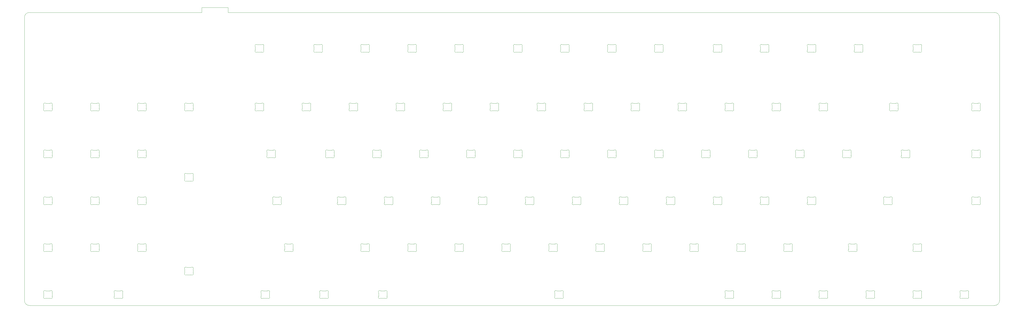
<source format=gbr>
%TF.GenerationSoftware,KiCad,Pcbnew,9.0.5*%
%TF.CreationDate,2026-01-20T20:49:48+07:00*%
%TF.ProjectId,MK98,4d4b3938-2e6b-4696-9361-645f70636258,rev?*%
%TF.SameCoordinates,Original*%
%TF.FileFunction,Profile,NP*%
%FSLAX46Y46*%
G04 Gerber Fmt 4.6, Leading zero omitted, Abs format (unit mm)*
G04 Created by KiCad (PCBNEW 9.0.5) date 2026-01-20 20:49:48*
%MOMM*%
%LPD*%
G01*
G04 APERTURE LIST*
%TA.AperFunction,Profile*%
%ADD10C,0.050000*%
%TD*%
%TA.AperFunction,Profile*%
%ADD11C,0.100000*%
%TD*%
G04 APERTURE END LIST*
D10*
X419372519Y-27462475D02*
G75*
G02*
X421372525Y-29462475I-19J-2000025D01*
G01*
X421372519Y-144524975D02*
G75*
G02*
X419372519Y-146525019I-2000019J-25D01*
G01*
X28085019Y-146524975D02*
G75*
G02*
X26085025Y-144524975I-19J1999975D01*
G01*
X26085019Y-29462475D02*
G75*
G02*
X28085019Y-27462519I1999981J-25D01*
G01*
X28085019Y-27462475D02*
X97990000Y-27462475D01*
X26085019Y-144524975D02*
X26085019Y-29462475D01*
X108630000Y-25470000D02*
X108630000Y-27462475D01*
X97990000Y-25470000D02*
X108630000Y-25470000D01*
X97990000Y-27462475D02*
X97990000Y-25470000D01*
X108630000Y-27462475D02*
X419372519Y-27462475D01*
X421372519Y-29462475D02*
X421372519Y-144524975D01*
X419372519Y-146524975D02*
X28085019Y-146524975D01*
D11*
%TO.C,LED38*%
X151659484Y-85849721D02*
G75*
G02*
X151609999Y-85632843I450505J216876D01*
G01*
X151659484Y-85849721D02*
G75*
G02*
X150956711Y-86498300I-450515J-216878D01*
G01*
X151609999Y-84227158D02*
G75*
G02*
X151659484Y-84010281I499990J1D01*
G01*
X150956711Y-83361704D02*
G75*
G02*
X151659484Y-84010281I252258J-431700D01*
G01*
X150956710Y-83361702D02*
G75*
G02*
X150704452Y-83430001I-252261J431710D01*
G01*
X150704453Y-86430001D02*
G75*
G02*
X150956711Y-86498300I-3J-500009D01*
G01*
X149115548Y-83430001D02*
G75*
G02*
X148863289Y-83361702I2J500011D01*
G01*
X148863289Y-86498299D02*
G75*
G02*
X149115547Y-86430000I252261J-431711D01*
G01*
X148863289Y-86498299D02*
G75*
G02*
X148160517Y-85849721I-252259J431699D01*
G01*
X148210001Y-85632844D02*
G75*
G02*
X148160516Y-85849721I-499881J-26D01*
G01*
X148160516Y-84010282D02*
G75*
G02*
X148863290Y-83361699I450514J216882D01*
G01*
X148160516Y-84010281D02*
G75*
G02*
X148210019Y-84227159I-450516J-216919D01*
G01*
X151609999Y-84227159D02*
X151609999Y-85632843D01*
X150704452Y-86430000D02*
X149115547Y-86430000D01*
X149115548Y-83430001D02*
X150704452Y-83430001D01*
X148210001Y-85632843D02*
X148210001Y-84227159D01*
%TO.C,LED87*%
X65934484Y-142999719D02*
G75*
G02*
X65884999Y-142782841I450505J216876D01*
G01*
X65934484Y-142999718D02*
G75*
G02*
X65231711Y-143648298I-450514J-216880D01*
G01*
X65884999Y-141377156D02*
G75*
G02*
X65934484Y-141160279I499990J1D01*
G01*
X65231711Y-140511701D02*
G75*
G02*
X65934484Y-141160279I252258J-431701D01*
G01*
X65231711Y-140511701D02*
G75*
G02*
X64979453Y-140580000I-252261J431710D01*
G01*
X64979452Y-143579999D02*
G75*
G02*
X65231711Y-143648298I-2J-500009D01*
G01*
X63390547Y-140579999D02*
G75*
G02*
X63138289Y-140511700I3J500009D01*
G01*
X63138290Y-143648298D02*
G75*
G02*
X63390548Y-143580000I252260J-431712D01*
G01*
X63138289Y-143648296D02*
G75*
G02*
X62435520Y-142999721I-252259J431696D01*
G01*
X62485001Y-142782842D02*
G75*
G02*
X62435517Y-142999719I-500361J82D01*
G01*
X62435516Y-141160279D02*
G75*
G02*
X63138289Y-140511700I450514J216879D01*
G01*
X62435516Y-141160279D02*
G75*
G02*
X62484976Y-141377157I-450516J-216821D01*
G01*
X65884999Y-141377157D02*
X65884999Y-142782841D01*
X64979452Y-143579999D02*
X63390548Y-143579999D01*
X63390548Y-140580000D02*
X64979453Y-140580000D01*
X62485001Y-142782841D02*
X62485001Y-141377157D01*
%TO.C,LED10*%
X308821984Y-42987221D02*
G75*
G02*
X308772499Y-42770343I450505J216876D01*
G01*
X308821984Y-42987221D02*
G75*
G02*
X308119211Y-43635800I-450515J-216878D01*
G01*
X308772499Y-41364658D02*
G75*
G02*
X308821984Y-41147781I499990J1D01*
G01*
X308119211Y-40499204D02*
G75*
G02*
X308821984Y-41147781I252258J-431700D01*
G01*
X308119210Y-40499202D02*
G75*
G02*
X307866952Y-40567501I-252261J431710D01*
G01*
X307866953Y-43567501D02*
G75*
G02*
X308119211Y-43635800I-3J-500009D01*
G01*
X306278048Y-40567501D02*
G75*
G02*
X306025789Y-40499202I2J500011D01*
G01*
X306025789Y-43635799D02*
G75*
G02*
X306278047Y-43567500I252261J-431711D01*
G01*
X306025789Y-43635799D02*
G75*
G02*
X305323017Y-42987221I-252259J431699D01*
G01*
X305372501Y-42770344D02*
G75*
G02*
X305323016Y-42987221I-499881J-26D01*
G01*
X305323016Y-41147782D02*
G75*
G02*
X306025790Y-40499199I450514J216882D01*
G01*
X305323016Y-41147781D02*
G75*
G02*
X305372519Y-41364659I-450516J-216919D01*
G01*
X308772499Y-41364659D02*
X308772499Y-42770343D01*
X307866952Y-43567500D02*
X306278047Y-43567500D01*
X306278048Y-40567501D02*
X307866952Y-40567501D01*
X305372501Y-42770343D02*
X305372501Y-41364659D01*
%TO.C,LED59*%
X213571984Y-104899719D02*
G75*
G02*
X213522499Y-104682841I450505J216876D01*
G01*
X213571984Y-104899718D02*
G75*
G02*
X212869211Y-105548298I-450514J-216880D01*
G01*
X213522499Y-103277156D02*
G75*
G02*
X213571984Y-103060279I499990J1D01*
G01*
X212869211Y-102411701D02*
G75*
G02*
X213571984Y-103060279I252258J-431701D01*
G01*
X212869211Y-102411701D02*
G75*
G02*
X212616953Y-102480000I-252261J431710D01*
G01*
X212616952Y-105479999D02*
G75*
G02*
X212869211Y-105548298I-2J-500009D01*
G01*
X211028047Y-102479999D02*
G75*
G02*
X210775789Y-102411700I3J500009D01*
G01*
X210775790Y-105548298D02*
G75*
G02*
X211028048Y-105480000I252260J-431712D01*
G01*
X210775789Y-105548296D02*
G75*
G02*
X210073020Y-104899721I-252259J431696D01*
G01*
X210122501Y-104682842D02*
G75*
G02*
X210073017Y-104899719I-500361J82D01*
G01*
X210073016Y-103060279D02*
G75*
G02*
X210775789Y-102411700I450514J216879D01*
G01*
X210073016Y-103060279D02*
G75*
G02*
X210122476Y-103277157I-450516J-216821D01*
G01*
X213522499Y-103277157D02*
X213522499Y-104682841D01*
X212616952Y-105479999D02*
X211028048Y-105479999D01*
X211028048Y-102480000D02*
X212616953Y-102480000D01*
X210122501Y-104682841D02*
X210122501Y-103277157D01*
%TO.C,LED68*%
X413596984Y-104899719D02*
G75*
G02*
X413547499Y-104682841I450505J216876D01*
G01*
X413596984Y-104899718D02*
G75*
G02*
X412894211Y-105548298I-450514J-216880D01*
G01*
X413547499Y-103277156D02*
G75*
G02*
X413596984Y-103060279I499990J1D01*
G01*
X412894211Y-102411701D02*
G75*
G02*
X413596984Y-103060279I252258J-431701D01*
G01*
X412894211Y-102411701D02*
G75*
G02*
X412641953Y-102480000I-252261J431710D01*
G01*
X412641952Y-105479999D02*
G75*
G02*
X412894211Y-105548298I-2J-500009D01*
G01*
X411053047Y-102479999D02*
G75*
G02*
X410800789Y-102411700I3J500009D01*
G01*
X410800790Y-105548298D02*
G75*
G02*
X411053048Y-105480000I252260J-431712D01*
G01*
X410800789Y-105548296D02*
G75*
G02*
X410098020Y-104899721I-252259J431696D01*
G01*
X410147501Y-104682842D02*
G75*
G02*
X410098017Y-104899719I-500361J82D01*
G01*
X410098016Y-103060279D02*
G75*
G02*
X410800789Y-102411700I450514J216879D01*
G01*
X410098016Y-103060279D02*
G75*
G02*
X410147476Y-103277157I-450516J-216821D01*
G01*
X413547499Y-103277157D02*
X413547499Y-104682841D01*
X412641952Y-105479999D02*
X411053048Y-105479999D01*
X411053048Y-102480000D02*
X412641953Y-102480000D01*
X410147501Y-104682841D02*
X410147501Y-103277157D01*
%TO.C,LED47*%
X323109484Y-85849721D02*
G75*
G02*
X323059999Y-85632843I450505J216876D01*
G01*
X323109484Y-85849721D02*
G75*
G02*
X322406711Y-86498300I-450515J-216878D01*
G01*
X323059999Y-84227158D02*
G75*
G02*
X323109484Y-84010281I499990J1D01*
G01*
X322406711Y-83361704D02*
G75*
G02*
X323109484Y-84010281I252258J-431700D01*
G01*
X322406710Y-83361702D02*
G75*
G02*
X322154452Y-83430001I-252261J431710D01*
G01*
X322154453Y-86430001D02*
G75*
G02*
X322406711Y-86498300I-3J-500009D01*
G01*
X320565548Y-83430001D02*
G75*
G02*
X320313289Y-83361702I2J500011D01*
G01*
X320313289Y-86498299D02*
G75*
G02*
X320565547Y-86430000I252261J-431711D01*
G01*
X320313289Y-86498299D02*
G75*
G02*
X319610517Y-85849721I-252259J431699D01*
G01*
X319660001Y-85632844D02*
G75*
G02*
X319610516Y-85849721I-499881J-26D01*
G01*
X319610516Y-84010282D02*
G75*
G02*
X320313290Y-83361699I450514J216882D01*
G01*
X319610516Y-84010281D02*
G75*
G02*
X319660019Y-84227159I-450516J-216919D01*
G01*
X323059999Y-84227159D02*
X323059999Y-85632843D01*
X322154452Y-86430000D02*
X320565547Y-86430000D01*
X320565548Y-83430001D02*
X322154452Y-83430001D01*
X319660001Y-85632843D02*
X319660001Y-84227159D01*
%TO.C,LED95*%
X370734484Y-142999719D02*
G75*
G02*
X370684999Y-142782841I450505J216876D01*
G01*
X370734484Y-142999718D02*
G75*
G02*
X370031711Y-143648298I-450514J-216880D01*
G01*
X370684999Y-141377156D02*
G75*
G02*
X370734484Y-141160279I499990J1D01*
G01*
X370031711Y-140511701D02*
G75*
G02*
X370734484Y-141160279I252258J-431701D01*
G01*
X370031711Y-140511701D02*
G75*
G02*
X369779453Y-140580000I-252261J431710D01*
G01*
X369779452Y-143579999D02*
G75*
G02*
X370031711Y-143648298I-2J-500009D01*
G01*
X368190547Y-140579999D02*
G75*
G02*
X367938289Y-140511700I3J500009D01*
G01*
X367938290Y-143648298D02*
G75*
G02*
X368190548Y-143580000I252260J-431712D01*
G01*
X367938289Y-143648296D02*
G75*
G02*
X367235520Y-142999721I-252259J431696D01*
G01*
X367285001Y-142782842D02*
G75*
G02*
X367235517Y-142999719I-500361J82D01*
G01*
X367235516Y-141160279D02*
G75*
G02*
X367938289Y-140511700I450514J216879D01*
G01*
X367235516Y-141160279D02*
G75*
G02*
X367284976Y-141377157I-450516J-216821D01*
G01*
X370684999Y-141377157D02*
X370684999Y-142782841D01*
X369779452Y-143579999D02*
X368190548Y-143579999D01*
X368190548Y-140580000D02*
X369779453Y-140580000D01*
X367285001Y-142782841D02*
X367285001Y-141377157D01*
%TO.C,LED96*%
X389784484Y-142999719D02*
G75*
G02*
X389734999Y-142782841I450505J216876D01*
G01*
X389784484Y-142999718D02*
G75*
G02*
X389081711Y-143648298I-450514J-216880D01*
G01*
X389734999Y-141377156D02*
G75*
G02*
X389784484Y-141160279I499990J1D01*
G01*
X389081711Y-140511701D02*
G75*
G02*
X389784484Y-141160279I252258J-431701D01*
G01*
X389081711Y-140511701D02*
G75*
G02*
X388829453Y-140580000I-252261J431710D01*
G01*
X388829452Y-143579999D02*
G75*
G02*
X389081711Y-143648298I-2J-500009D01*
G01*
X387240547Y-140579999D02*
G75*
G02*
X386988289Y-140511700I3J500009D01*
G01*
X386988290Y-143648298D02*
G75*
G02*
X387240548Y-143580000I252260J-431712D01*
G01*
X386988289Y-143648296D02*
G75*
G02*
X386285520Y-142999721I-252259J431696D01*
G01*
X386335001Y-142782842D02*
G75*
G02*
X386285517Y-142999719I-500361J82D01*
G01*
X386285516Y-141160279D02*
G75*
G02*
X386988289Y-140511700I450514J216879D01*
G01*
X386285516Y-141160279D02*
G75*
G02*
X386334976Y-141377157I-450516J-216821D01*
G01*
X389734999Y-141377157D02*
X389734999Y-142782841D01*
X388829452Y-143579999D02*
X387240548Y-143579999D01*
X387240548Y-140580000D02*
X388829453Y-140580000D01*
X386335001Y-142782841D02*
X386335001Y-141377157D01*
%TO.C,LED74*%
X165946984Y-123949721D02*
G75*
G02*
X165897499Y-123732843I450505J216876D01*
G01*
X165946984Y-123949721D02*
G75*
G02*
X165244211Y-124598300I-450515J-216878D01*
G01*
X165897499Y-122327158D02*
G75*
G02*
X165946984Y-122110281I499990J1D01*
G01*
X165244211Y-121461704D02*
G75*
G02*
X165946984Y-122110281I252258J-431700D01*
G01*
X165244210Y-121461702D02*
G75*
G02*
X164991952Y-121530001I-252261J431710D01*
G01*
X164991953Y-124530001D02*
G75*
G02*
X165244211Y-124598300I-3J-500009D01*
G01*
X163403048Y-121530001D02*
G75*
G02*
X163150789Y-121461702I2J500011D01*
G01*
X163150789Y-124598299D02*
G75*
G02*
X163403047Y-124530000I252261J-431711D01*
G01*
X163150789Y-124598299D02*
G75*
G02*
X162448017Y-123949721I-252259J431699D01*
G01*
X162497501Y-123732844D02*
G75*
G02*
X162448016Y-123949721I-499881J-26D01*
G01*
X162448016Y-122110282D02*
G75*
G02*
X163150790Y-121461699I450514J216882D01*
G01*
X162448016Y-122110281D02*
G75*
G02*
X162497519Y-122327159I-450516J-216919D01*
G01*
X165897499Y-122327159D02*
X165897499Y-123732843D01*
X164991952Y-124530000D02*
X163403047Y-124530000D01*
X163403048Y-121530001D02*
X164991952Y-121530001D01*
X162497501Y-123732843D02*
X162497501Y-122327159D01*
%TO.C,LED26*%
X256434484Y-66799719D02*
G75*
G02*
X256384999Y-66582841I450505J216876D01*
G01*
X256434484Y-66799718D02*
G75*
G02*
X255731711Y-67448298I-450514J-216880D01*
G01*
X256384999Y-65177156D02*
G75*
G02*
X256434484Y-64960279I499990J1D01*
G01*
X255731711Y-64311701D02*
G75*
G02*
X256434484Y-64960279I252258J-431701D01*
G01*
X255731711Y-64311701D02*
G75*
G02*
X255479453Y-64380000I-252261J431710D01*
G01*
X255479452Y-67379999D02*
G75*
G02*
X255731711Y-67448298I-2J-500009D01*
G01*
X253890547Y-64379999D02*
G75*
G02*
X253638289Y-64311700I3J500009D01*
G01*
X253638290Y-67448298D02*
G75*
G02*
X253890548Y-67380000I252260J-431712D01*
G01*
X253638289Y-67448296D02*
G75*
G02*
X252935520Y-66799721I-252259J431696D01*
G01*
X252985001Y-66582842D02*
G75*
G02*
X252935517Y-66799719I-500361J82D01*
G01*
X252935516Y-64960279D02*
G75*
G02*
X253638289Y-64311700I450514J216879D01*
G01*
X252935516Y-64960279D02*
G75*
G02*
X252984976Y-65177157I-450516J-216821D01*
G01*
X256384999Y-65177157D02*
X256384999Y-66582841D01*
X255479452Y-67379999D02*
X253890548Y-67379999D01*
X253890548Y-64380000D02*
X255479453Y-64380000D01*
X252985001Y-66582841D02*
X252985001Y-65177157D01*
%TO.C,LED43*%
X246909484Y-85849721D02*
G75*
G02*
X246859999Y-85632843I450505J216876D01*
G01*
X246909484Y-85849721D02*
G75*
G02*
X246206711Y-86498300I-450515J-216878D01*
G01*
X246859999Y-84227158D02*
G75*
G02*
X246909484Y-84010281I499990J1D01*
G01*
X246206711Y-83361704D02*
G75*
G02*
X246909484Y-84010281I252258J-431700D01*
G01*
X246206710Y-83361702D02*
G75*
G02*
X245954452Y-83430001I-252261J431710D01*
G01*
X245954453Y-86430001D02*
G75*
G02*
X246206711Y-86498300I-3J-500009D01*
G01*
X244365548Y-83430001D02*
G75*
G02*
X244113289Y-83361702I2J500011D01*
G01*
X244113289Y-86498299D02*
G75*
G02*
X244365547Y-86430000I252261J-431711D01*
G01*
X244113289Y-86498299D02*
G75*
G02*
X243410517Y-85849721I-252259J431699D01*
G01*
X243460001Y-85632844D02*
G75*
G02*
X243410516Y-85849721I-499881J-26D01*
G01*
X243410516Y-84010282D02*
G75*
G02*
X244113290Y-83361699I450514J216882D01*
G01*
X243410516Y-84010281D02*
G75*
G02*
X243460019Y-84227159I-450516J-216919D01*
G01*
X246859999Y-84227159D02*
X246859999Y-85632843D01*
X245954452Y-86430000D02*
X244365547Y-86430000D01*
X244365548Y-83430001D02*
X245954452Y-83430001D01*
X243460001Y-85632843D02*
X243460001Y-84227159D01*
%TO.C,LED19*%
X123084484Y-66799719D02*
G75*
G02*
X123034999Y-66582841I450505J216876D01*
G01*
X123084484Y-66799718D02*
G75*
G02*
X122381711Y-67448298I-450514J-216880D01*
G01*
X123034999Y-65177156D02*
G75*
G02*
X123084484Y-64960279I499990J1D01*
G01*
X122381711Y-64311701D02*
G75*
G02*
X123084484Y-64960279I252258J-431701D01*
G01*
X122381711Y-64311701D02*
G75*
G02*
X122129453Y-64380000I-252261J431710D01*
G01*
X122129452Y-67379999D02*
G75*
G02*
X122381711Y-67448298I-2J-500009D01*
G01*
X120540547Y-64379999D02*
G75*
G02*
X120288289Y-64311700I3J500009D01*
G01*
X120288290Y-67448298D02*
G75*
G02*
X120540548Y-67380000I252260J-431712D01*
G01*
X120288289Y-67448296D02*
G75*
G02*
X119585520Y-66799721I-252259J431696D01*
G01*
X119635001Y-66582842D02*
G75*
G02*
X119585517Y-66799719I-500361J82D01*
G01*
X119585516Y-64960279D02*
G75*
G02*
X120288289Y-64311700I450514J216879D01*
G01*
X119585516Y-64960279D02*
G75*
G02*
X119634976Y-65177157I-450516J-216821D01*
G01*
X123034999Y-65177157D02*
X123034999Y-66582841D01*
X122129452Y-67379999D02*
X120540548Y-67379999D01*
X120540548Y-64380000D02*
X122129453Y-64380000D01*
X119635001Y-66582841D02*
X119635001Y-65177157D01*
%TO.C,LED8*%
X265959484Y-42987221D02*
G75*
G02*
X265909999Y-42770343I450505J216876D01*
G01*
X265959484Y-42987221D02*
G75*
G02*
X265256711Y-43635800I-450515J-216878D01*
G01*
X265909999Y-41364658D02*
G75*
G02*
X265959484Y-41147781I499990J1D01*
G01*
X265256711Y-40499204D02*
G75*
G02*
X265959484Y-41147781I252258J-431700D01*
G01*
X265256710Y-40499202D02*
G75*
G02*
X265004452Y-40567501I-252261J431710D01*
G01*
X265004453Y-43567501D02*
G75*
G02*
X265256711Y-43635800I-3J-500009D01*
G01*
X263415548Y-40567501D02*
G75*
G02*
X263163289Y-40499202I2J500011D01*
G01*
X263163289Y-43635799D02*
G75*
G02*
X263415547Y-43567500I252261J-431711D01*
G01*
X263163289Y-43635799D02*
G75*
G02*
X262460517Y-42987221I-252259J431699D01*
G01*
X262510001Y-42770344D02*
G75*
G02*
X262460516Y-42987221I-499881J-26D01*
G01*
X262460516Y-41147782D02*
G75*
G02*
X263163290Y-40499199I450514J216882D01*
G01*
X262460516Y-41147781D02*
G75*
G02*
X262510019Y-41364659I-450516J-216919D01*
G01*
X265909999Y-41364659D02*
X265909999Y-42770343D01*
X265004452Y-43567500D02*
X263415547Y-43567500D01*
X263415548Y-40567501D02*
X265004452Y-40567501D01*
X262510001Y-42770343D02*
X262510001Y-41364659D01*
%TO.C,LED50*%
X385021984Y-85849721D02*
G75*
G02*
X384972499Y-85632843I450505J216876D01*
G01*
X385021984Y-85849721D02*
G75*
G02*
X384319211Y-86498300I-450515J-216878D01*
G01*
X384972499Y-84227158D02*
G75*
G02*
X385021984Y-84010281I499990J1D01*
G01*
X384319211Y-83361704D02*
G75*
G02*
X385021984Y-84010281I252258J-431700D01*
G01*
X384319210Y-83361702D02*
G75*
G02*
X384066952Y-83430001I-252261J431710D01*
G01*
X384066953Y-86430001D02*
G75*
G02*
X384319211Y-86498300I-3J-500009D01*
G01*
X382478048Y-83430001D02*
G75*
G02*
X382225789Y-83361702I2J500011D01*
G01*
X382225789Y-86498299D02*
G75*
G02*
X382478047Y-86430000I252261J-431711D01*
G01*
X382225789Y-86498299D02*
G75*
G02*
X381523017Y-85849721I-252259J431699D01*
G01*
X381572501Y-85632844D02*
G75*
G02*
X381523016Y-85849721I-499881J-26D01*
G01*
X381523016Y-84010282D02*
G75*
G02*
X382225790Y-83361699I450514J216882D01*
G01*
X381523016Y-84010281D02*
G75*
G02*
X381572519Y-84227159I-450516J-216919D01*
G01*
X384972499Y-84227159D02*
X384972499Y-85632843D01*
X384066952Y-86430000D02*
X382478047Y-86430000D01*
X382478048Y-83430001D02*
X384066952Y-83430001D01*
X381572501Y-85632843D02*
X381572501Y-84227159D01*
%TO.C,LED48*%
X342159484Y-85849721D02*
G75*
G02*
X342109999Y-85632843I450505J216876D01*
G01*
X342159484Y-85849721D02*
G75*
G02*
X341456711Y-86498300I-450515J-216878D01*
G01*
X342109999Y-84227158D02*
G75*
G02*
X342159484Y-84010281I499990J1D01*
G01*
X341456711Y-83361704D02*
G75*
G02*
X342159484Y-84010281I252258J-431700D01*
G01*
X341456710Y-83361702D02*
G75*
G02*
X341204452Y-83430001I-252261J431710D01*
G01*
X341204453Y-86430001D02*
G75*
G02*
X341456711Y-86498300I-3J-500009D01*
G01*
X339615548Y-83430001D02*
G75*
G02*
X339363289Y-83361702I2J500011D01*
G01*
X339363289Y-86498299D02*
G75*
G02*
X339615547Y-86430000I252261J-431711D01*
G01*
X339363289Y-86498299D02*
G75*
G02*
X338660517Y-85849721I-252259J431699D01*
G01*
X338710001Y-85632844D02*
G75*
G02*
X338660516Y-85849721I-499881J-26D01*
G01*
X338660516Y-84010282D02*
G75*
G02*
X339363290Y-83361699I450514J216882D01*
G01*
X338660516Y-84010281D02*
G75*
G02*
X338710019Y-84227159I-450516J-216919D01*
G01*
X342109999Y-84227159D02*
X342109999Y-85632843D01*
X341204452Y-86430000D02*
X339615547Y-86430000D01*
X339615548Y-83430001D02*
X341204452Y-83430001D01*
X338710001Y-85632843D02*
X338710001Y-84227159D01*
%TO.C,LED61*%
X251671984Y-104899719D02*
G75*
G02*
X251622499Y-104682841I450505J216876D01*
G01*
X251671984Y-104899718D02*
G75*
G02*
X250969211Y-105548298I-450514J-216880D01*
G01*
X251622499Y-103277156D02*
G75*
G02*
X251671984Y-103060279I499990J1D01*
G01*
X250969211Y-102411701D02*
G75*
G02*
X251671984Y-103060279I252258J-431701D01*
G01*
X250969211Y-102411701D02*
G75*
G02*
X250716953Y-102480000I-252261J431710D01*
G01*
X250716952Y-105479999D02*
G75*
G02*
X250969211Y-105548298I-2J-500009D01*
G01*
X249128047Y-102479999D02*
G75*
G02*
X248875789Y-102411700I3J500009D01*
G01*
X248875790Y-105548298D02*
G75*
G02*
X249128048Y-105480000I252260J-431712D01*
G01*
X248875789Y-105548296D02*
G75*
G02*
X248173020Y-104899721I-252259J431696D01*
G01*
X248222501Y-104682842D02*
G75*
G02*
X248173017Y-104899719I-500361J82D01*
G01*
X248173016Y-103060279D02*
G75*
G02*
X248875789Y-102411700I450514J216879D01*
G01*
X248173016Y-103060279D02*
G75*
G02*
X248222476Y-103277157I-450516J-216821D01*
G01*
X251622499Y-103277157D02*
X251622499Y-104682841D01*
X250716952Y-105479999D02*
X249128048Y-105479999D01*
X249128048Y-102480000D02*
X250716953Y-102480000D01*
X248222501Y-104682841D02*
X248222501Y-103277157D01*
%TO.C,LED63*%
X289771984Y-104899719D02*
G75*
G02*
X289722499Y-104682841I450505J216876D01*
G01*
X289771984Y-104899718D02*
G75*
G02*
X289069211Y-105548298I-450514J-216880D01*
G01*
X289722499Y-103277156D02*
G75*
G02*
X289771984Y-103060279I499990J1D01*
G01*
X289069211Y-102411701D02*
G75*
G02*
X289771984Y-103060279I252258J-431701D01*
G01*
X289069211Y-102411701D02*
G75*
G02*
X288816953Y-102480000I-252261J431710D01*
G01*
X288816952Y-105479999D02*
G75*
G02*
X289069211Y-105548298I-2J-500009D01*
G01*
X287228047Y-102479999D02*
G75*
G02*
X286975789Y-102411700I3J500009D01*
G01*
X286975790Y-105548298D02*
G75*
G02*
X287228048Y-105480000I252260J-431712D01*
G01*
X286975789Y-105548296D02*
G75*
G02*
X286273020Y-104899721I-252259J431696D01*
G01*
X286322501Y-104682842D02*
G75*
G02*
X286273017Y-104899719I-500361J82D01*
G01*
X286273016Y-103060279D02*
G75*
G02*
X286975789Y-102411700I450514J216879D01*
G01*
X286273016Y-103060279D02*
G75*
G02*
X286322476Y-103277157I-450516J-216821D01*
G01*
X289722499Y-103277157D02*
X289722499Y-104682841D01*
X288816952Y-105479999D02*
X287228048Y-105479999D01*
X287228048Y-102480000D02*
X288816953Y-102480000D01*
X286322501Y-104682841D02*
X286322501Y-103277157D01*
%TO.C,LED46*%
X304059484Y-85849721D02*
G75*
G02*
X304009999Y-85632843I450505J216876D01*
G01*
X304059484Y-85849721D02*
G75*
G02*
X303356711Y-86498300I-450515J-216878D01*
G01*
X304009999Y-84227158D02*
G75*
G02*
X304059484Y-84010281I499990J1D01*
G01*
X303356711Y-83361704D02*
G75*
G02*
X304059484Y-84010281I252258J-431700D01*
G01*
X303356710Y-83361702D02*
G75*
G02*
X303104452Y-83430001I-252261J431710D01*
G01*
X303104453Y-86430001D02*
G75*
G02*
X303356711Y-86498300I-3J-500009D01*
G01*
X301515548Y-83430001D02*
G75*
G02*
X301263289Y-83361702I2J500011D01*
G01*
X301263289Y-86498299D02*
G75*
G02*
X301515547Y-86430000I252261J-431711D01*
G01*
X301263289Y-86498299D02*
G75*
G02*
X300560517Y-85849721I-252259J431699D01*
G01*
X300610001Y-85632844D02*
G75*
G02*
X300560516Y-85849721I-499881J-26D01*
G01*
X300560516Y-84010282D02*
G75*
G02*
X301263290Y-83361699I450514J216882D01*
G01*
X300560516Y-84010281D02*
G75*
G02*
X300610019Y-84227159I-450516J-216919D01*
G01*
X304009999Y-84227159D02*
X304009999Y-85632843D01*
X303104452Y-86430000D02*
X301515547Y-86430000D01*
X301515548Y-83430001D02*
X303104452Y-83430001D01*
X300610001Y-85632843D02*
X300610001Y-84227159D01*
%TO.C,LED1*%
X123084484Y-42987221D02*
G75*
G02*
X123034999Y-42770343I450505J216876D01*
G01*
X123084484Y-42987221D02*
G75*
G02*
X122381711Y-43635800I-450515J-216878D01*
G01*
X123034999Y-41364658D02*
G75*
G02*
X123084484Y-41147781I499990J1D01*
G01*
X122381711Y-40499204D02*
G75*
G02*
X123084484Y-41147781I252258J-431700D01*
G01*
X122381710Y-40499202D02*
G75*
G02*
X122129452Y-40567501I-252261J431710D01*
G01*
X122129453Y-43567501D02*
G75*
G02*
X122381711Y-43635800I-3J-500009D01*
G01*
X120540548Y-40567501D02*
G75*
G02*
X120288289Y-40499202I2J500011D01*
G01*
X120288289Y-43635799D02*
G75*
G02*
X120540547Y-43567500I252261J-431711D01*
G01*
X120288289Y-43635799D02*
G75*
G02*
X119585517Y-42987221I-252259J431699D01*
G01*
X119635001Y-42770344D02*
G75*
G02*
X119585516Y-42987221I-499881J-26D01*
G01*
X119585516Y-41147782D02*
G75*
G02*
X120288290Y-40499199I450514J216882D01*
G01*
X119585516Y-41147781D02*
G75*
G02*
X119635019Y-41364659I-450516J-216919D01*
G01*
X123034999Y-41364659D02*
X123034999Y-42770343D01*
X122129452Y-43567500D02*
X120540547Y-43567500D01*
X120540548Y-40567501D02*
X122129452Y-40567501D01*
X119635001Y-42770343D02*
X119635001Y-41364659D01*
%TO.C,LED11*%
X327871984Y-42987221D02*
G75*
G02*
X327822499Y-42770343I450505J216876D01*
G01*
X327871984Y-42987221D02*
G75*
G02*
X327169211Y-43635800I-450515J-216878D01*
G01*
X327822499Y-41364658D02*
G75*
G02*
X327871984Y-41147781I499990J1D01*
G01*
X327169211Y-40499204D02*
G75*
G02*
X327871984Y-41147781I252258J-431700D01*
G01*
X327169210Y-40499202D02*
G75*
G02*
X326916952Y-40567501I-252261J431710D01*
G01*
X326916953Y-43567501D02*
G75*
G02*
X327169211Y-43635800I-3J-500009D01*
G01*
X325328048Y-40567501D02*
G75*
G02*
X325075789Y-40499202I2J500011D01*
G01*
X325075789Y-43635799D02*
G75*
G02*
X325328047Y-43567500I252261J-431711D01*
G01*
X325075789Y-43635799D02*
G75*
G02*
X324373017Y-42987221I-252259J431699D01*
G01*
X324422501Y-42770344D02*
G75*
G02*
X324373016Y-42987221I-499881J-26D01*
G01*
X324373016Y-41147782D02*
G75*
G02*
X325075790Y-40499199I450514J216882D01*
G01*
X324373016Y-41147781D02*
G75*
G02*
X324422519Y-41364659I-450516J-216919D01*
G01*
X327822499Y-41364659D02*
X327822499Y-42770343D01*
X326916952Y-43567500D02*
X325328047Y-43567500D01*
X325328048Y-40567501D02*
X326916952Y-40567501D01*
X324422501Y-42770343D02*
X324422501Y-41364659D01*
%TO.C,LED6*%
X227859484Y-42987221D02*
G75*
G02*
X227809999Y-42770343I450505J216876D01*
G01*
X227859484Y-42987221D02*
G75*
G02*
X227156711Y-43635800I-450515J-216878D01*
G01*
X227809999Y-41364658D02*
G75*
G02*
X227859484Y-41147781I499990J1D01*
G01*
X227156711Y-40499204D02*
G75*
G02*
X227859484Y-41147781I252258J-431700D01*
G01*
X227156710Y-40499202D02*
G75*
G02*
X226904452Y-40567501I-252261J431710D01*
G01*
X226904453Y-43567501D02*
G75*
G02*
X227156711Y-43635800I-3J-500009D01*
G01*
X225315548Y-40567501D02*
G75*
G02*
X225063289Y-40499202I2J500011D01*
G01*
X225063289Y-43635799D02*
G75*
G02*
X225315547Y-43567500I252261J-431711D01*
G01*
X225063289Y-43635799D02*
G75*
G02*
X224360517Y-42987221I-252259J431699D01*
G01*
X224410001Y-42770344D02*
G75*
G02*
X224360516Y-42987221I-499881J-26D01*
G01*
X224360516Y-41147782D02*
G75*
G02*
X225063290Y-40499199I450514J216882D01*
G01*
X224360516Y-41147781D02*
G75*
G02*
X224410019Y-41364659I-450516J-216919D01*
G01*
X227809999Y-41364659D02*
X227809999Y-42770343D01*
X226904452Y-43567500D02*
X225315547Y-43567500D01*
X225315548Y-40567501D02*
X226904452Y-40567501D01*
X224410001Y-42770343D02*
X224410001Y-41364659D01*
%TO.C,LED22*%
X180234484Y-66799719D02*
G75*
G02*
X180184999Y-66582841I450505J216876D01*
G01*
X180234484Y-66799718D02*
G75*
G02*
X179531711Y-67448298I-450514J-216880D01*
G01*
X180184999Y-65177156D02*
G75*
G02*
X180234484Y-64960279I499990J1D01*
G01*
X179531711Y-64311701D02*
G75*
G02*
X180234484Y-64960279I252258J-431701D01*
G01*
X179531711Y-64311701D02*
G75*
G02*
X179279453Y-64380000I-252261J431710D01*
G01*
X179279452Y-67379999D02*
G75*
G02*
X179531711Y-67448298I-2J-500009D01*
G01*
X177690547Y-64379999D02*
G75*
G02*
X177438289Y-64311700I3J500009D01*
G01*
X177438290Y-67448298D02*
G75*
G02*
X177690548Y-67380000I252260J-431712D01*
G01*
X177438289Y-67448296D02*
G75*
G02*
X176735520Y-66799721I-252259J431696D01*
G01*
X176785001Y-66582842D02*
G75*
G02*
X176735517Y-66799719I-500361J82D01*
G01*
X176735516Y-64960279D02*
G75*
G02*
X177438289Y-64311700I450514J216879D01*
G01*
X176735516Y-64960279D02*
G75*
G02*
X176784976Y-65177157I-450516J-216821D01*
G01*
X180184999Y-65177157D02*
X180184999Y-66582841D01*
X179279452Y-67379999D02*
X177690548Y-67379999D01*
X177690548Y-64380000D02*
X179279453Y-64380000D01*
X176785001Y-66582841D02*
X176785001Y-65177157D01*
%TO.C,LED71*%
X75459484Y-123949721D02*
G75*
G02*
X75409999Y-123732843I450505J216876D01*
G01*
X75459484Y-123949721D02*
G75*
G02*
X74756711Y-124598300I-450515J-216878D01*
G01*
X75409999Y-122327158D02*
G75*
G02*
X75459484Y-122110281I499990J1D01*
G01*
X74756711Y-121461704D02*
G75*
G02*
X75459484Y-122110281I252258J-431700D01*
G01*
X74756710Y-121461702D02*
G75*
G02*
X74504452Y-121530001I-252261J431710D01*
G01*
X74504453Y-124530001D02*
G75*
G02*
X74756711Y-124598300I-3J-500009D01*
G01*
X72915548Y-121530001D02*
G75*
G02*
X72663289Y-121461702I2J500011D01*
G01*
X72663289Y-124598299D02*
G75*
G02*
X72915547Y-124530000I252261J-431711D01*
G01*
X72663289Y-124598299D02*
G75*
G02*
X71960517Y-123949721I-252259J431699D01*
G01*
X72010001Y-123732844D02*
G75*
G02*
X71960516Y-123949721I-499881J-26D01*
G01*
X71960516Y-122110282D02*
G75*
G02*
X72663290Y-121461699I450514J216882D01*
G01*
X71960516Y-122110281D02*
G75*
G02*
X72010019Y-122327159I-450516J-216919D01*
G01*
X75409999Y-122327159D02*
X75409999Y-123732843D01*
X74504452Y-124530000D02*
X72915547Y-124530000D01*
X72915548Y-121530001D02*
X74504452Y-121530001D01*
X72010001Y-123732843D02*
X72010001Y-122327159D01*
%TO.C,LED88*%
X125465734Y-142999719D02*
G75*
G02*
X125416249Y-142782841I450505J216876D01*
G01*
X125465734Y-142999718D02*
G75*
G02*
X124762961Y-143648298I-450514J-216880D01*
G01*
X125416249Y-141377156D02*
G75*
G02*
X125465734Y-141160279I499990J1D01*
G01*
X124762961Y-140511701D02*
G75*
G02*
X125465734Y-141160279I252258J-431701D01*
G01*
X124762961Y-140511701D02*
G75*
G02*
X124510703Y-140580000I-252261J431710D01*
G01*
X124510702Y-143579999D02*
G75*
G02*
X124762961Y-143648298I-2J-500009D01*
G01*
X122921797Y-140579999D02*
G75*
G02*
X122669539Y-140511700I3J500009D01*
G01*
X122669540Y-143648298D02*
G75*
G02*
X122921798Y-143580000I252260J-431712D01*
G01*
X122669539Y-143648296D02*
G75*
G02*
X121966770Y-142999721I-252259J431696D01*
G01*
X122016251Y-142782842D02*
G75*
G02*
X121966767Y-142999719I-500361J82D01*
G01*
X121966766Y-141160279D02*
G75*
G02*
X122669539Y-140511700I450514J216879D01*
G01*
X121966766Y-141160279D02*
G75*
G02*
X122016226Y-141377157I-450516J-216821D01*
G01*
X125416249Y-141377157D02*
X125416249Y-142782841D01*
X124510702Y-143579999D02*
X122921798Y-143579999D01*
X122921798Y-140580000D02*
X124510703Y-140580000D01*
X122016251Y-142782841D02*
X122016251Y-141377157D01*
%TO.C,LED86*%
X37359484Y-142999719D02*
G75*
G02*
X37309999Y-142782841I450505J216876D01*
G01*
X37359484Y-142999718D02*
G75*
G02*
X36656711Y-143648298I-450514J-216880D01*
G01*
X37309999Y-141377156D02*
G75*
G02*
X37359484Y-141160279I499990J1D01*
G01*
X36656711Y-140511701D02*
G75*
G02*
X37359484Y-141160279I252258J-431701D01*
G01*
X36656711Y-140511701D02*
G75*
G02*
X36404453Y-140580000I-252261J431710D01*
G01*
X36404452Y-143579999D02*
G75*
G02*
X36656711Y-143648298I-2J-500009D01*
G01*
X34815547Y-140579999D02*
G75*
G02*
X34563289Y-140511700I3J500009D01*
G01*
X34563290Y-143648298D02*
G75*
G02*
X34815548Y-143580000I252260J-431712D01*
G01*
X34563289Y-143648296D02*
G75*
G02*
X33860520Y-142999721I-252259J431696D01*
G01*
X33910001Y-142782842D02*
G75*
G02*
X33860517Y-142999719I-500361J82D01*
G01*
X33860516Y-141160279D02*
G75*
G02*
X34563289Y-140511700I450514J216879D01*
G01*
X33860516Y-141160279D02*
G75*
G02*
X33909976Y-141377157I-450516J-216821D01*
G01*
X37309999Y-141377157D02*
X37309999Y-142782841D01*
X36404452Y-143579999D02*
X34815548Y-143579999D01*
X34815548Y-140580000D02*
X36404453Y-140580000D01*
X33910001Y-142782841D02*
X33910001Y-141377157D01*
%TO.C,LED64*%
X308821984Y-104899719D02*
G75*
G02*
X308772499Y-104682841I450505J216876D01*
G01*
X308821984Y-104899718D02*
G75*
G02*
X308119211Y-105548298I-450514J-216880D01*
G01*
X308772499Y-103277156D02*
G75*
G02*
X308821984Y-103060279I499990J1D01*
G01*
X308119211Y-102411701D02*
G75*
G02*
X308821984Y-103060279I252258J-431701D01*
G01*
X308119211Y-102411701D02*
G75*
G02*
X307866953Y-102480000I-252261J431710D01*
G01*
X307866952Y-105479999D02*
G75*
G02*
X308119211Y-105548298I-2J-500009D01*
G01*
X306278047Y-102479999D02*
G75*
G02*
X306025789Y-102411700I3J500009D01*
G01*
X306025790Y-105548298D02*
G75*
G02*
X306278048Y-105480000I252260J-431712D01*
G01*
X306025789Y-105548296D02*
G75*
G02*
X305323020Y-104899721I-252259J431696D01*
G01*
X305372501Y-104682842D02*
G75*
G02*
X305323017Y-104899719I-500361J82D01*
G01*
X305323016Y-103060279D02*
G75*
G02*
X306025789Y-102411700I450514J216879D01*
G01*
X305323016Y-103060279D02*
G75*
G02*
X305372476Y-103277157I-450516J-216821D01*
G01*
X308772499Y-103277157D02*
X308772499Y-104682841D01*
X307866952Y-105479999D02*
X306278048Y-105479999D01*
X306278048Y-102480000D02*
X307866953Y-102480000D01*
X305372501Y-104682841D02*
X305372501Y-103277157D01*
%TO.C,LED58*%
X194521984Y-104899719D02*
G75*
G02*
X194472499Y-104682841I450505J216876D01*
G01*
X194521984Y-104899718D02*
G75*
G02*
X193819211Y-105548298I-450514J-216880D01*
G01*
X194472499Y-103277156D02*
G75*
G02*
X194521984Y-103060279I499990J1D01*
G01*
X193819211Y-102411701D02*
G75*
G02*
X194521984Y-103060279I252258J-431701D01*
G01*
X193819211Y-102411701D02*
G75*
G02*
X193566953Y-102480000I-252261J431710D01*
G01*
X193566952Y-105479999D02*
G75*
G02*
X193819211Y-105548298I-2J-500009D01*
G01*
X191978047Y-102479999D02*
G75*
G02*
X191725789Y-102411700I3J500009D01*
G01*
X191725790Y-105548298D02*
G75*
G02*
X191978048Y-105480000I252260J-431712D01*
G01*
X191725789Y-105548296D02*
G75*
G02*
X191023020Y-104899721I-252259J431696D01*
G01*
X191072501Y-104682842D02*
G75*
G02*
X191023017Y-104899719I-500361J82D01*
G01*
X191023016Y-103060279D02*
G75*
G02*
X191725789Y-102411700I450514J216879D01*
G01*
X191023016Y-103060279D02*
G75*
G02*
X191072476Y-103277157I-450516J-216821D01*
G01*
X194472499Y-103277157D02*
X194472499Y-104682841D01*
X193566952Y-105479999D02*
X191978048Y-105479999D01*
X191978048Y-102480000D02*
X193566953Y-102480000D01*
X191072501Y-104682841D02*
X191072501Y-103277157D01*
%TO.C,LED32*%
X380259484Y-66799719D02*
G75*
G02*
X380209999Y-66582841I450505J216876D01*
G01*
X380259484Y-66799718D02*
G75*
G02*
X379556711Y-67448298I-450514J-216880D01*
G01*
X380209999Y-65177156D02*
G75*
G02*
X380259484Y-64960279I499990J1D01*
G01*
X379556711Y-64311701D02*
G75*
G02*
X380259484Y-64960279I252258J-431701D01*
G01*
X379556711Y-64311701D02*
G75*
G02*
X379304453Y-64380000I-252261J431710D01*
G01*
X379304452Y-67379999D02*
G75*
G02*
X379556711Y-67448298I-2J-500009D01*
G01*
X377715547Y-64379999D02*
G75*
G02*
X377463289Y-64311700I3J500009D01*
G01*
X377463290Y-67448298D02*
G75*
G02*
X377715548Y-67380000I252260J-431712D01*
G01*
X377463289Y-67448296D02*
G75*
G02*
X376760520Y-66799721I-252259J431696D01*
G01*
X376810001Y-66582842D02*
G75*
G02*
X376760517Y-66799719I-500361J82D01*
G01*
X376760516Y-64960279D02*
G75*
G02*
X377463289Y-64311700I450514J216879D01*
G01*
X376760516Y-64960279D02*
G75*
G02*
X376809976Y-65177157I-450516J-216821D01*
G01*
X380209999Y-65177157D02*
X380209999Y-66582841D01*
X379304452Y-67379999D02*
X377715548Y-67379999D01*
X377715548Y-64380000D02*
X379304453Y-64380000D01*
X376810001Y-66582841D02*
X376810001Y-65177157D01*
%TO.C,LED73*%
X134990734Y-123949721D02*
G75*
G02*
X134941249Y-123732843I450505J216876D01*
G01*
X134990734Y-123949721D02*
G75*
G02*
X134287961Y-124598300I-450515J-216878D01*
G01*
X134941249Y-122327158D02*
G75*
G02*
X134990734Y-122110281I499990J1D01*
G01*
X134287961Y-121461704D02*
G75*
G02*
X134990734Y-122110281I252258J-431700D01*
G01*
X134287960Y-121461702D02*
G75*
G02*
X134035702Y-121530001I-252261J431710D01*
G01*
X134035703Y-124530001D02*
G75*
G02*
X134287961Y-124598300I-3J-500009D01*
G01*
X132446798Y-121530001D02*
G75*
G02*
X132194539Y-121461702I2J500011D01*
G01*
X132194539Y-124598299D02*
G75*
G02*
X132446797Y-124530000I252261J-431711D01*
G01*
X132194539Y-124598299D02*
G75*
G02*
X131491767Y-123949721I-252259J431699D01*
G01*
X131541251Y-123732844D02*
G75*
G02*
X131491766Y-123949721I-499881J-26D01*
G01*
X131491766Y-122110282D02*
G75*
G02*
X132194540Y-121461699I450514J216882D01*
G01*
X131491766Y-122110281D02*
G75*
G02*
X131541269Y-122327159I-450516J-216919D01*
G01*
X134941249Y-122327159D02*
X134941249Y-123732843D01*
X134035702Y-124530000D02*
X132446797Y-124530000D01*
X132446798Y-121530001D02*
X134035702Y-121530001D01*
X131541251Y-123732843D02*
X131541251Y-122327159D01*
%TO.C,LED39*%
X170709484Y-85849721D02*
G75*
G02*
X170659999Y-85632843I450505J216876D01*
G01*
X170709484Y-85849721D02*
G75*
G02*
X170006711Y-86498300I-450515J-216878D01*
G01*
X170659999Y-84227158D02*
G75*
G02*
X170709484Y-84010281I499990J1D01*
G01*
X170006711Y-83361704D02*
G75*
G02*
X170709484Y-84010281I252258J-431700D01*
G01*
X170006710Y-83361702D02*
G75*
G02*
X169754452Y-83430001I-252261J431710D01*
G01*
X169754453Y-86430001D02*
G75*
G02*
X170006711Y-86498300I-3J-500009D01*
G01*
X168165548Y-83430001D02*
G75*
G02*
X167913289Y-83361702I2J500011D01*
G01*
X167913289Y-86498299D02*
G75*
G02*
X168165547Y-86430000I252261J-431711D01*
G01*
X167913289Y-86498299D02*
G75*
G02*
X167210517Y-85849721I-252259J431699D01*
G01*
X167260001Y-85632844D02*
G75*
G02*
X167210516Y-85849721I-499881J-26D01*
G01*
X167210516Y-84010282D02*
G75*
G02*
X167913290Y-83361699I450514J216882D01*
G01*
X167210516Y-84010281D02*
G75*
G02*
X167260019Y-84227159I-450516J-216919D01*
G01*
X170659999Y-84227159D02*
X170659999Y-85632843D01*
X169754452Y-86430000D02*
X168165547Y-86430000D01*
X168165548Y-83430001D02*
X169754452Y-83430001D01*
X167260001Y-85632843D02*
X167260001Y-84227159D01*
%TO.C,LED44*%
X265959484Y-85849721D02*
G75*
G02*
X265909999Y-85632843I450505J216876D01*
G01*
X265959484Y-85849721D02*
G75*
G02*
X265256711Y-86498300I-450515J-216878D01*
G01*
X265909999Y-84227158D02*
G75*
G02*
X265959484Y-84010281I499990J1D01*
G01*
X265256711Y-83361704D02*
G75*
G02*
X265959484Y-84010281I252258J-431700D01*
G01*
X265256710Y-83361702D02*
G75*
G02*
X265004452Y-83430001I-252261J431710D01*
G01*
X265004453Y-86430001D02*
G75*
G02*
X265256711Y-86498300I-3J-500009D01*
G01*
X263415548Y-83430001D02*
G75*
G02*
X263163289Y-83361702I2J500011D01*
G01*
X263163289Y-86498299D02*
G75*
G02*
X263415547Y-86430000I252261J-431711D01*
G01*
X263163289Y-86498299D02*
G75*
G02*
X262460517Y-85849721I-252259J431699D01*
G01*
X262510001Y-85632844D02*
G75*
G02*
X262460516Y-85849721I-499881J-26D01*
G01*
X262460516Y-84010282D02*
G75*
G02*
X263163290Y-83361699I450514J216882D01*
G01*
X262460516Y-84010281D02*
G75*
G02*
X262510019Y-84227159I-450516J-216919D01*
G01*
X265909999Y-84227159D02*
X265909999Y-85632843D01*
X265004452Y-86430000D02*
X263415547Y-86430000D01*
X263415548Y-83430001D02*
X265004452Y-83430001D01*
X262510001Y-85632843D02*
X262510001Y-84227159D01*
%TO.C,LED24*%
X218334484Y-66799719D02*
G75*
G02*
X218284999Y-66582841I450505J216876D01*
G01*
X218334484Y-66799718D02*
G75*
G02*
X217631711Y-67448298I-450514J-216880D01*
G01*
X218284999Y-65177156D02*
G75*
G02*
X218334484Y-64960279I499990J1D01*
G01*
X217631711Y-64311701D02*
G75*
G02*
X218334484Y-64960279I252258J-431701D01*
G01*
X217631711Y-64311701D02*
G75*
G02*
X217379453Y-64380000I-252261J431710D01*
G01*
X217379452Y-67379999D02*
G75*
G02*
X217631711Y-67448298I-2J-500009D01*
G01*
X215790547Y-64379999D02*
G75*
G02*
X215538289Y-64311700I3J500009D01*
G01*
X215538290Y-67448298D02*
G75*
G02*
X215790548Y-67380000I252260J-431712D01*
G01*
X215538289Y-67448296D02*
G75*
G02*
X214835520Y-66799721I-252259J431696D01*
G01*
X214885001Y-66582842D02*
G75*
G02*
X214835517Y-66799719I-500361J82D01*
G01*
X214835516Y-64960279D02*
G75*
G02*
X215538289Y-64311700I450514J216879D01*
G01*
X214835516Y-64960279D02*
G75*
G02*
X214884976Y-65177157I-450516J-216821D01*
G01*
X218284999Y-65177157D02*
X218284999Y-66582841D01*
X217379452Y-67379999D02*
X215790548Y-67379999D01*
X215790548Y-64380000D02*
X217379453Y-64380000D01*
X214885001Y-66582841D02*
X214885001Y-65177157D01*
%TO.C,LED52*%
X37359484Y-104899719D02*
G75*
G02*
X37309999Y-104682841I450505J216876D01*
G01*
X37359484Y-104899718D02*
G75*
G02*
X36656711Y-105548298I-450514J-216880D01*
G01*
X37309999Y-103277156D02*
G75*
G02*
X37359484Y-103060279I499990J1D01*
G01*
X36656711Y-102411701D02*
G75*
G02*
X37359484Y-103060279I252258J-431701D01*
G01*
X36656711Y-102411701D02*
G75*
G02*
X36404453Y-102480000I-252261J431710D01*
G01*
X36404452Y-105479999D02*
G75*
G02*
X36656711Y-105548298I-2J-500009D01*
G01*
X34815547Y-102479999D02*
G75*
G02*
X34563289Y-102411700I3J500009D01*
G01*
X34563290Y-105548298D02*
G75*
G02*
X34815548Y-105480000I252260J-431712D01*
G01*
X34563289Y-105548296D02*
G75*
G02*
X33860520Y-104899721I-252259J431696D01*
G01*
X33910001Y-104682842D02*
G75*
G02*
X33860517Y-104899719I-500361J82D01*
G01*
X33860516Y-103060279D02*
G75*
G02*
X34563289Y-102411700I450514J216879D01*
G01*
X33860516Y-103060279D02*
G75*
G02*
X33909976Y-103277157I-450516J-216821D01*
G01*
X37309999Y-103277157D02*
X37309999Y-104682841D01*
X36404452Y-105479999D02*
X34815548Y-105479999D01*
X34815548Y-102480000D02*
X36404453Y-102480000D01*
X33910001Y-104682841D02*
X33910001Y-103277157D01*
%TO.C,LED21*%
X161184484Y-66799719D02*
G75*
G02*
X161134999Y-66582841I450505J216876D01*
G01*
X161184484Y-66799718D02*
G75*
G02*
X160481711Y-67448298I-450514J-216880D01*
G01*
X161134999Y-65177156D02*
G75*
G02*
X161184484Y-64960279I499990J1D01*
G01*
X160481711Y-64311701D02*
G75*
G02*
X161184484Y-64960279I252258J-431701D01*
G01*
X160481711Y-64311701D02*
G75*
G02*
X160229453Y-64380000I-252261J431710D01*
G01*
X160229452Y-67379999D02*
G75*
G02*
X160481711Y-67448298I-2J-500009D01*
G01*
X158640547Y-64379999D02*
G75*
G02*
X158388289Y-64311700I3J500009D01*
G01*
X158388290Y-67448298D02*
G75*
G02*
X158640548Y-67380000I252260J-431712D01*
G01*
X158388289Y-67448296D02*
G75*
G02*
X157685520Y-66799721I-252259J431696D01*
G01*
X157735001Y-66582842D02*
G75*
G02*
X157685517Y-66799719I-500361J82D01*
G01*
X157685516Y-64960279D02*
G75*
G02*
X158388289Y-64311700I450514J216879D01*
G01*
X157685516Y-64960279D02*
G75*
G02*
X157734976Y-65177157I-450516J-216821D01*
G01*
X161134999Y-65177157D02*
X161134999Y-66582841D01*
X160229452Y-67379999D02*
X158640548Y-67379999D01*
X158640548Y-64380000D02*
X160229453Y-64380000D01*
X157735001Y-66582841D02*
X157735001Y-65177157D01*
%TO.C,LED65*%
X327871984Y-104899719D02*
G75*
G02*
X327822499Y-104682841I450505J216876D01*
G01*
X327871984Y-104899718D02*
G75*
G02*
X327169211Y-105548298I-450514J-216880D01*
G01*
X327822499Y-103277156D02*
G75*
G02*
X327871984Y-103060279I499990J1D01*
G01*
X327169211Y-102411701D02*
G75*
G02*
X327871984Y-103060279I252258J-431701D01*
G01*
X327169211Y-102411701D02*
G75*
G02*
X326916953Y-102480000I-252261J431710D01*
G01*
X326916952Y-105479999D02*
G75*
G02*
X327169211Y-105548298I-2J-500009D01*
G01*
X325328047Y-102479999D02*
G75*
G02*
X325075789Y-102411700I3J500009D01*
G01*
X325075790Y-105548298D02*
G75*
G02*
X325328048Y-105480000I252260J-431712D01*
G01*
X325075789Y-105548296D02*
G75*
G02*
X324373020Y-104899721I-252259J431696D01*
G01*
X324422501Y-104682842D02*
G75*
G02*
X324373017Y-104899719I-500361J82D01*
G01*
X324373016Y-103060279D02*
G75*
G02*
X325075789Y-102411700I450514J216879D01*
G01*
X324373016Y-103060279D02*
G75*
G02*
X324422476Y-103277157I-450516J-216821D01*
G01*
X327822499Y-103277157D02*
X327822499Y-104682841D01*
X326916952Y-105479999D02*
X325328048Y-105479999D01*
X325328048Y-102480000D02*
X326916953Y-102480000D01*
X324422501Y-104682841D02*
X324422501Y-103277157D01*
%TO.C,LED76*%
X204046984Y-123949721D02*
G75*
G02*
X203997499Y-123732843I450505J216876D01*
G01*
X204046984Y-123949721D02*
G75*
G02*
X203344211Y-124598300I-450515J-216878D01*
G01*
X203997499Y-122327158D02*
G75*
G02*
X204046984Y-122110281I499990J1D01*
G01*
X203344211Y-121461704D02*
G75*
G02*
X204046984Y-122110281I252258J-431700D01*
G01*
X203344210Y-121461702D02*
G75*
G02*
X203091952Y-121530001I-252261J431710D01*
G01*
X203091953Y-124530001D02*
G75*
G02*
X203344211Y-124598300I-3J-500009D01*
G01*
X201503048Y-121530001D02*
G75*
G02*
X201250789Y-121461702I2J500011D01*
G01*
X201250789Y-124598299D02*
G75*
G02*
X201503047Y-124530000I252261J-431711D01*
G01*
X201250789Y-124598299D02*
G75*
G02*
X200548017Y-123949721I-252259J431699D01*
G01*
X200597501Y-123732844D02*
G75*
G02*
X200548016Y-123949721I-499881J-26D01*
G01*
X200548016Y-122110282D02*
G75*
G02*
X201250790Y-121461699I450514J216882D01*
G01*
X200548016Y-122110281D02*
G75*
G02*
X200597519Y-122327159I-450516J-216919D01*
G01*
X203997499Y-122327159D02*
X203997499Y-123732843D01*
X203091952Y-124530000D02*
X201503047Y-124530000D01*
X201503048Y-121530001D02*
X203091952Y-121530001D01*
X200597501Y-123732843D02*
X200597501Y-122327159D01*
%TO.C,LED16*%
X56409484Y-66799719D02*
G75*
G02*
X56359999Y-66582841I450505J216876D01*
G01*
X56409484Y-66799718D02*
G75*
G02*
X55706711Y-67448298I-450514J-216880D01*
G01*
X56359999Y-65177156D02*
G75*
G02*
X56409484Y-64960279I499990J1D01*
G01*
X55706711Y-64311701D02*
G75*
G02*
X56409484Y-64960279I252258J-431701D01*
G01*
X55706711Y-64311701D02*
G75*
G02*
X55454453Y-64380000I-252261J431710D01*
G01*
X55454452Y-67379999D02*
G75*
G02*
X55706711Y-67448298I-2J-500009D01*
G01*
X53865547Y-64379999D02*
G75*
G02*
X53613289Y-64311700I3J500009D01*
G01*
X53613290Y-67448298D02*
G75*
G02*
X53865548Y-67380000I252260J-431712D01*
G01*
X53613289Y-67448296D02*
G75*
G02*
X52910520Y-66799721I-252259J431696D01*
G01*
X52960001Y-66582842D02*
G75*
G02*
X52910517Y-66799719I-500361J82D01*
G01*
X52910516Y-64960279D02*
G75*
G02*
X53613289Y-64311700I450514J216879D01*
G01*
X52910516Y-64960279D02*
G75*
G02*
X52959976Y-65177157I-450516J-216821D01*
G01*
X56359999Y-65177157D02*
X56359999Y-66582841D01*
X55454452Y-67379999D02*
X53865548Y-67379999D01*
X53865548Y-64380000D02*
X55454453Y-64380000D01*
X52960001Y-66582841D02*
X52960001Y-65177157D01*
%TO.C,LED36*%
X94509484Y-95374719D02*
G75*
G02*
X94459999Y-95157841I450505J216876D01*
G01*
X94509484Y-95374718D02*
G75*
G02*
X93806711Y-96023298I-450514J-216880D01*
G01*
X94459999Y-93752156D02*
G75*
G02*
X94509484Y-93535279I499990J1D01*
G01*
X93806711Y-92886701D02*
G75*
G02*
X94509484Y-93535279I252258J-431701D01*
G01*
X93806711Y-92886701D02*
G75*
G02*
X93554453Y-92955000I-252261J431710D01*
G01*
X93554452Y-95954999D02*
G75*
G02*
X93806711Y-96023298I-2J-500009D01*
G01*
X91965547Y-92954999D02*
G75*
G02*
X91713289Y-92886700I3J500009D01*
G01*
X91713290Y-96023298D02*
G75*
G02*
X91965548Y-95955000I252260J-431712D01*
G01*
X91713289Y-96023296D02*
G75*
G02*
X91010520Y-95374721I-252259J431696D01*
G01*
X91060001Y-95157842D02*
G75*
G02*
X91010517Y-95374719I-500361J82D01*
G01*
X91010516Y-93535279D02*
G75*
G02*
X91713289Y-92886700I450514J216879D01*
G01*
X91010516Y-93535279D02*
G75*
G02*
X91059976Y-93752157I-450516J-216821D01*
G01*
X94459999Y-93752157D02*
X94459999Y-95157841D01*
X93554452Y-95954999D02*
X91965548Y-95954999D01*
X91965548Y-92955000D02*
X93554453Y-92955000D01*
X91060001Y-95157841D02*
X91060001Y-93752157D01*
%TO.C,LED2*%
X146896984Y-42987221D02*
G75*
G02*
X146847499Y-42770343I450505J216876D01*
G01*
X146896984Y-42987221D02*
G75*
G02*
X146194211Y-43635800I-450515J-216878D01*
G01*
X146847499Y-41364658D02*
G75*
G02*
X146896984Y-41147781I499990J1D01*
G01*
X146194211Y-40499204D02*
G75*
G02*
X146896984Y-41147781I252258J-431700D01*
G01*
X146194210Y-40499202D02*
G75*
G02*
X145941952Y-40567501I-252261J431710D01*
G01*
X145941953Y-43567501D02*
G75*
G02*
X146194211Y-43635800I-3J-500009D01*
G01*
X144353048Y-40567501D02*
G75*
G02*
X144100789Y-40499202I2J500011D01*
G01*
X144100789Y-43635799D02*
G75*
G02*
X144353047Y-43567500I252261J-431711D01*
G01*
X144100789Y-43635799D02*
G75*
G02*
X143398017Y-42987221I-252259J431699D01*
G01*
X143447501Y-42770344D02*
G75*
G02*
X143398016Y-42987221I-499881J-26D01*
G01*
X143398016Y-41147782D02*
G75*
G02*
X144100790Y-40499199I450514J216882D01*
G01*
X143398016Y-41147781D02*
G75*
G02*
X143447519Y-41364659I-450516J-216919D01*
G01*
X146847499Y-41364659D02*
X146847499Y-42770343D01*
X145941952Y-43567500D02*
X144353047Y-43567500D01*
X144353048Y-40567501D02*
X145941952Y-40567501D01*
X143447501Y-42770343D02*
X143447501Y-41364659D01*
%TO.C,LED35*%
X75459484Y-85849721D02*
G75*
G02*
X75409999Y-85632843I450505J216876D01*
G01*
X75459484Y-85849721D02*
G75*
G02*
X74756711Y-86498300I-450515J-216878D01*
G01*
X75409999Y-84227158D02*
G75*
G02*
X75459484Y-84010281I499990J1D01*
G01*
X74756711Y-83361704D02*
G75*
G02*
X75459484Y-84010281I252258J-431700D01*
G01*
X74756710Y-83361702D02*
G75*
G02*
X74504452Y-83430001I-252261J431710D01*
G01*
X74504453Y-86430001D02*
G75*
G02*
X74756711Y-86498300I-3J-500009D01*
G01*
X72915548Y-83430001D02*
G75*
G02*
X72663289Y-83361702I2J500011D01*
G01*
X72663289Y-86498299D02*
G75*
G02*
X72915547Y-86430000I252261J-431711D01*
G01*
X72663289Y-86498299D02*
G75*
G02*
X71960517Y-85849721I-252259J431699D01*
G01*
X72010001Y-85632844D02*
G75*
G02*
X71960516Y-85849721I-499881J-26D01*
G01*
X71960516Y-84010282D02*
G75*
G02*
X72663290Y-83361699I450514J216882D01*
G01*
X71960516Y-84010281D02*
G75*
G02*
X72010019Y-84227159I-450516J-216919D01*
G01*
X75409999Y-84227159D02*
X75409999Y-85632843D01*
X74504452Y-86430000D02*
X72915547Y-86430000D01*
X72915548Y-83430001D02*
X74504452Y-83430001D01*
X72010001Y-85632843D02*
X72010001Y-84227159D01*
%TO.C,LED54*%
X75459484Y-104899719D02*
G75*
G02*
X75409999Y-104682841I450505J216876D01*
G01*
X75459484Y-104899718D02*
G75*
G02*
X74756711Y-105548298I-450514J-216880D01*
G01*
X75409999Y-103277156D02*
G75*
G02*
X75459484Y-103060279I499990J1D01*
G01*
X74756711Y-102411701D02*
G75*
G02*
X75459484Y-103060279I252258J-431701D01*
G01*
X74756711Y-102411701D02*
G75*
G02*
X74504453Y-102480000I-252261J431710D01*
G01*
X74504452Y-105479999D02*
G75*
G02*
X74756711Y-105548298I-2J-500009D01*
G01*
X72915547Y-102479999D02*
G75*
G02*
X72663289Y-102411700I3J500009D01*
G01*
X72663290Y-105548298D02*
G75*
G02*
X72915548Y-105480000I252260J-431712D01*
G01*
X72663289Y-105548296D02*
G75*
G02*
X71960520Y-104899721I-252259J431696D01*
G01*
X72010001Y-104682842D02*
G75*
G02*
X71960517Y-104899719I-500361J82D01*
G01*
X71960516Y-103060279D02*
G75*
G02*
X72663289Y-102411700I450514J216879D01*
G01*
X71960516Y-103060279D02*
G75*
G02*
X72009976Y-103277157I-450516J-216821D01*
G01*
X75409999Y-103277157D02*
X75409999Y-104682841D01*
X74504452Y-105479999D02*
X72915548Y-105479999D01*
X72915548Y-102480000D02*
X74504453Y-102480000D01*
X72010001Y-104682841D02*
X72010001Y-103277157D01*
%TO.C,LED97*%
X408834484Y-142999719D02*
G75*
G02*
X408784999Y-142782841I450505J216876D01*
G01*
X408834484Y-142999718D02*
G75*
G02*
X408131711Y-143648298I-450514J-216880D01*
G01*
X408784999Y-141377156D02*
G75*
G02*
X408834484Y-141160279I499990J1D01*
G01*
X408131711Y-140511701D02*
G75*
G02*
X408834484Y-141160279I252258J-431701D01*
G01*
X408131711Y-140511701D02*
G75*
G02*
X407879453Y-140580000I-252261J431710D01*
G01*
X407879452Y-143579999D02*
G75*
G02*
X408131711Y-143648298I-2J-500009D01*
G01*
X406290547Y-140579999D02*
G75*
G02*
X406038289Y-140511700I3J500009D01*
G01*
X406038290Y-143648298D02*
G75*
G02*
X406290548Y-143580000I252260J-431712D01*
G01*
X406038289Y-143648296D02*
G75*
G02*
X405335520Y-142999721I-252259J431696D01*
G01*
X405385001Y-142782842D02*
G75*
G02*
X405335517Y-142999719I-500361J82D01*
G01*
X405335516Y-141160279D02*
G75*
G02*
X406038289Y-140511700I450514J216879D01*
G01*
X405335516Y-141160279D02*
G75*
G02*
X405384976Y-141377157I-450516J-216821D01*
G01*
X408784999Y-141377157D02*
X408784999Y-142782841D01*
X407879452Y-143579999D02*
X406290548Y-143579999D01*
X406290548Y-140580000D02*
X407879453Y-140580000D01*
X405385001Y-142782841D02*
X405385001Y-141377157D01*
%TO.C,LED90*%
X173090734Y-142999719D02*
G75*
G02*
X173041249Y-142782841I450505J216876D01*
G01*
X173090734Y-142999718D02*
G75*
G02*
X172387961Y-143648298I-450514J-216880D01*
G01*
X173041249Y-141377156D02*
G75*
G02*
X173090734Y-141160279I499990J1D01*
G01*
X172387961Y-140511701D02*
G75*
G02*
X173090734Y-141160279I252258J-431701D01*
G01*
X172387961Y-140511701D02*
G75*
G02*
X172135703Y-140580000I-252261J431710D01*
G01*
X172135702Y-143579999D02*
G75*
G02*
X172387961Y-143648298I-2J-500009D01*
G01*
X170546797Y-140579999D02*
G75*
G02*
X170294539Y-140511700I3J500009D01*
G01*
X170294540Y-143648298D02*
G75*
G02*
X170546798Y-143580000I252260J-431712D01*
G01*
X170294539Y-143648296D02*
G75*
G02*
X169591770Y-142999721I-252259J431696D01*
G01*
X169641251Y-142782842D02*
G75*
G02*
X169591767Y-142999719I-500361J82D01*
G01*
X169591766Y-141160279D02*
G75*
G02*
X170294539Y-140511700I450514J216879D01*
G01*
X169591766Y-141160279D02*
G75*
G02*
X169641226Y-141377157I-450516J-216821D01*
G01*
X173041249Y-141377157D02*
X173041249Y-142782841D01*
X172135702Y-143579999D02*
X170546798Y-143579999D01*
X170546798Y-140580000D02*
X172135703Y-140580000D01*
X169641251Y-142782841D02*
X169641251Y-141377157D01*
%TO.C,LED84*%
X363590734Y-123949721D02*
G75*
G02*
X363541249Y-123732843I450505J216876D01*
G01*
X363590734Y-123949721D02*
G75*
G02*
X362887961Y-124598300I-450515J-216878D01*
G01*
X363541249Y-122327158D02*
G75*
G02*
X363590734Y-122110281I499990J1D01*
G01*
X362887961Y-121461704D02*
G75*
G02*
X363590734Y-122110281I252258J-431700D01*
G01*
X362887960Y-121461702D02*
G75*
G02*
X362635702Y-121530001I-252261J431710D01*
G01*
X362635703Y-124530001D02*
G75*
G02*
X362887961Y-124598300I-3J-500009D01*
G01*
X361046798Y-121530001D02*
G75*
G02*
X360794539Y-121461702I2J500011D01*
G01*
X360794539Y-124598299D02*
G75*
G02*
X361046797Y-124530000I252261J-431711D01*
G01*
X360794539Y-124598299D02*
G75*
G02*
X360091767Y-123949721I-252259J431699D01*
G01*
X360141251Y-123732844D02*
G75*
G02*
X360091766Y-123949721I-499881J-26D01*
G01*
X360091766Y-122110282D02*
G75*
G02*
X360794540Y-121461699I450514J216882D01*
G01*
X360091766Y-122110281D02*
G75*
G02*
X360141269Y-122327159I-450516J-216919D01*
G01*
X363541249Y-122327159D02*
X363541249Y-123732843D01*
X362635702Y-124530000D02*
X361046797Y-124530000D01*
X361046798Y-121530001D02*
X362635702Y-121530001D01*
X360141251Y-123732843D02*
X360141251Y-122327159D01*
%TO.C,LED28*%
X294534484Y-66799719D02*
G75*
G02*
X294484999Y-66582841I450505J216876D01*
G01*
X294534484Y-66799718D02*
G75*
G02*
X293831711Y-67448298I-450514J-216880D01*
G01*
X294484999Y-65177156D02*
G75*
G02*
X294534484Y-64960279I499990J1D01*
G01*
X293831711Y-64311701D02*
G75*
G02*
X294534484Y-64960279I252258J-431701D01*
G01*
X293831711Y-64311701D02*
G75*
G02*
X293579453Y-64380000I-252261J431710D01*
G01*
X293579452Y-67379999D02*
G75*
G02*
X293831711Y-67448298I-2J-500009D01*
G01*
X291990547Y-64379999D02*
G75*
G02*
X291738289Y-64311700I3J500009D01*
G01*
X291738290Y-67448298D02*
G75*
G02*
X291990548Y-67380000I252260J-431712D01*
G01*
X291738289Y-67448296D02*
G75*
G02*
X291035520Y-66799721I-252259J431696D01*
G01*
X291085001Y-66582842D02*
G75*
G02*
X291035517Y-66799719I-500361J82D01*
G01*
X291035516Y-64960279D02*
G75*
G02*
X291738289Y-64311700I450514J216879D01*
G01*
X291035516Y-64960279D02*
G75*
G02*
X291084976Y-65177157I-450516J-216821D01*
G01*
X294484999Y-65177157D02*
X294484999Y-66582841D01*
X293579452Y-67379999D02*
X291990548Y-67379999D01*
X291990548Y-64380000D02*
X293579453Y-64380000D01*
X291085001Y-66582841D02*
X291085001Y-65177157D01*
%TO.C,LED92*%
X313584484Y-142999719D02*
G75*
G02*
X313534999Y-142782841I450505J216876D01*
G01*
X313584484Y-142999718D02*
G75*
G02*
X312881711Y-143648298I-450514J-216880D01*
G01*
X313534999Y-141377156D02*
G75*
G02*
X313584484Y-141160279I499990J1D01*
G01*
X312881711Y-140511701D02*
G75*
G02*
X313584484Y-141160279I252258J-431701D01*
G01*
X312881711Y-140511701D02*
G75*
G02*
X312629453Y-140580000I-252261J431710D01*
G01*
X312629452Y-143579999D02*
G75*
G02*
X312881711Y-143648298I-2J-500009D01*
G01*
X311040547Y-140579999D02*
G75*
G02*
X310788289Y-140511700I3J500009D01*
G01*
X310788290Y-143648298D02*
G75*
G02*
X311040548Y-143580000I252260J-431712D01*
G01*
X310788289Y-143648296D02*
G75*
G02*
X310085520Y-142999721I-252259J431696D01*
G01*
X310135001Y-142782842D02*
G75*
G02*
X310085517Y-142999719I-500361J82D01*
G01*
X310085516Y-141160279D02*
G75*
G02*
X310788289Y-140511700I450514J216879D01*
G01*
X310085516Y-141160279D02*
G75*
G02*
X310134976Y-141377157I-450516J-216821D01*
G01*
X313534999Y-141377157D02*
X313534999Y-142782841D01*
X312629452Y-143579999D02*
X311040548Y-143579999D01*
X311040548Y-140580000D02*
X312629453Y-140580000D01*
X310135001Y-142782841D02*
X310135001Y-141377157D01*
%TO.C,LED29*%
X313584484Y-66799719D02*
G75*
G02*
X313534999Y-66582841I450505J216876D01*
G01*
X313584484Y-66799718D02*
G75*
G02*
X312881711Y-67448298I-450514J-216880D01*
G01*
X313534999Y-65177156D02*
G75*
G02*
X313584484Y-64960279I499990J1D01*
G01*
X312881711Y-64311701D02*
G75*
G02*
X313584484Y-64960279I252258J-431701D01*
G01*
X312881711Y-64311701D02*
G75*
G02*
X312629453Y-64380000I-252261J431710D01*
G01*
X312629452Y-67379999D02*
G75*
G02*
X312881711Y-67448298I-2J-500009D01*
G01*
X311040547Y-64379999D02*
G75*
G02*
X310788289Y-64311700I3J500009D01*
G01*
X310788290Y-67448298D02*
G75*
G02*
X311040548Y-67380000I252260J-431712D01*
G01*
X310788289Y-67448296D02*
G75*
G02*
X310085520Y-66799721I-252259J431696D01*
G01*
X310135001Y-66582842D02*
G75*
G02*
X310085517Y-66799719I-500361J82D01*
G01*
X310085516Y-64960279D02*
G75*
G02*
X310788289Y-64311700I450514J216879D01*
G01*
X310085516Y-64960279D02*
G75*
G02*
X310134976Y-65177157I-450516J-216821D01*
G01*
X313534999Y-65177157D02*
X313534999Y-66582841D01*
X312629452Y-67379999D02*
X311040548Y-67379999D01*
X311040548Y-64380000D02*
X312629453Y-64380000D01*
X310135001Y-66582841D02*
X310135001Y-65177157D01*
%TO.C,LED69*%
X37359484Y-123949721D02*
G75*
G02*
X37309999Y-123732843I450505J216876D01*
G01*
X37359484Y-123949721D02*
G75*
G02*
X36656711Y-124598300I-450515J-216878D01*
G01*
X37309999Y-122327158D02*
G75*
G02*
X37359484Y-122110281I499990J1D01*
G01*
X36656711Y-121461704D02*
G75*
G02*
X37359484Y-122110281I252258J-431700D01*
G01*
X36656710Y-121461702D02*
G75*
G02*
X36404452Y-121530001I-252261J431710D01*
G01*
X36404453Y-124530001D02*
G75*
G02*
X36656711Y-124598300I-3J-500009D01*
G01*
X34815548Y-121530001D02*
G75*
G02*
X34563289Y-121461702I2J500011D01*
G01*
X34563289Y-124598299D02*
G75*
G02*
X34815547Y-124530000I252261J-431711D01*
G01*
X34563289Y-124598299D02*
G75*
G02*
X33860517Y-123949721I-252259J431699D01*
G01*
X33910001Y-123732844D02*
G75*
G02*
X33860516Y-123949721I-499881J-26D01*
G01*
X33860516Y-122110282D02*
G75*
G02*
X34563290Y-121461699I450514J216882D01*
G01*
X33860516Y-122110281D02*
G75*
G02*
X33910019Y-122327159I-450516J-216919D01*
G01*
X37309999Y-122327159D02*
X37309999Y-123732843D01*
X36404452Y-124530000D02*
X34815547Y-124530000D01*
X34815548Y-121530001D02*
X36404452Y-121530001D01*
X33910001Y-123732843D02*
X33910001Y-122327159D01*
%TO.C,LED31*%
X351684484Y-66799719D02*
G75*
G02*
X351634999Y-66582841I450505J216876D01*
G01*
X351684484Y-66799718D02*
G75*
G02*
X350981711Y-67448298I-450514J-216880D01*
G01*
X351634999Y-65177156D02*
G75*
G02*
X351684484Y-64960279I499990J1D01*
G01*
X350981711Y-64311701D02*
G75*
G02*
X351684484Y-64960279I252258J-431701D01*
G01*
X350981711Y-64311701D02*
G75*
G02*
X350729453Y-64380000I-252261J431710D01*
G01*
X350729452Y-67379999D02*
G75*
G02*
X350981711Y-67448298I-2J-500009D01*
G01*
X349140547Y-64379999D02*
G75*
G02*
X348888289Y-64311700I3J500009D01*
G01*
X348888290Y-67448298D02*
G75*
G02*
X349140548Y-67380000I252260J-431712D01*
G01*
X348888289Y-67448296D02*
G75*
G02*
X348185520Y-66799721I-252259J431696D01*
G01*
X348235001Y-66582842D02*
G75*
G02*
X348185517Y-66799719I-500361J82D01*
G01*
X348185516Y-64960279D02*
G75*
G02*
X348888289Y-64311700I450514J216879D01*
G01*
X348185516Y-64960279D02*
G75*
G02*
X348234976Y-65177157I-450516J-216821D01*
G01*
X351634999Y-65177157D02*
X351634999Y-66582841D01*
X350729452Y-67379999D02*
X349140548Y-67379999D01*
X349140548Y-64380000D02*
X350729453Y-64380000D01*
X348235001Y-66582841D02*
X348235001Y-65177157D01*
%TO.C,LED81*%
X299296984Y-123949721D02*
G75*
G02*
X299247499Y-123732843I450505J216876D01*
G01*
X299296984Y-123949721D02*
G75*
G02*
X298594211Y-124598300I-450515J-216878D01*
G01*
X299247499Y-122327158D02*
G75*
G02*
X299296984Y-122110281I499990J1D01*
G01*
X298594211Y-121461704D02*
G75*
G02*
X299296984Y-122110281I252258J-431700D01*
G01*
X298594210Y-121461702D02*
G75*
G02*
X298341952Y-121530001I-252261J431710D01*
G01*
X298341953Y-124530001D02*
G75*
G02*
X298594211Y-124598300I-3J-500009D01*
G01*
X296753048Y-121530001D02*
G75*
G02*
X296500789Y-121461702I2J500011D01*
G01*
X296500789Y-124598299D02*
G75*
G02*
X296753047Y-124530000I252261J-431711D01*
G01*
X296500789Y-124598299D02*
G75*
G02*
X295798017Y-123949721I-252259J431699D01*
G01*
X295847501Y-123732844D02*
G75*
G02*
X295798016Y-123949721I-499881J-26D01*
G01*
X295798016Y-122110282D02*
G75*
G02*
X296500790Y-121461699I450514J216882D01*
G01*
X295798016Y-122110281D02*
G75*
G02*
X295847519Y-122327159I-450516J-216919D01*
G01*
X299247499Y-122327159D02*
X299247499Y-123732843D01*
X298341952Y-124530000D02*
X296753047Y-124530000D01*
X296753048Y-121530001D02*
X298341952Y-121530001D01*
X295847501Y-123732843D02*
X295847501Y-122327159D01*
%TO.C,LED4*%
X184996984Y-42987221D02*
G75*
G02*
X184947499Y-42770343I450505J216876D01*
G01*
X184996984Y-42987221D02*
G75*
G02*
X184294211Y-43635800I-450515J-216878D01*
G01*
X184947499Y-41364658D02*
G75*
G02*
X184996984Y-41147781I499990J1D01*
G01*
X184294211Y-40499204D02*
G75*
G02*
X184996984Y-41147781I252258J-431700D01*
G01*
X184294210Y-40499202D02*
G75*
G02*
X184041952Y-40567501I-252261J431710D01*
G01*
X184041953Y-43567501D02*
G75*
G02*
X184294211Y-43635800I-3J-500009D01*
G01*
X182453048Y-40567501D02*
G75*
G02*
X182200789Y-40499202I2J500011D01*
G01*
X182200789Y-43635799D02*
G75*
G02*
X182453047Y-43567500I252261J-431711D01*
G01*
X182200789Y-43635799D02*
G75*
G02*
X181498017Y-42987221I-252259J431699D01*
G01*
X181547501Y-42770344D02*
G75*
G02*
X181498016Y-42987221I-499881J-26D01*
G01*
X181498016Y-41147782D02*
G75*
G02*
X182200790Y-40499199I450514J216882D01*
G01*
X181498016Y-41147781D02*
G75*
G02*
X181547519Y-41364659I-450516J-216919D01*
G01*
X184947499Y-41364659D02*
X184947499Y-42770343D01*
X184041952Y-43567500D02*
X182453047Y-43567500D01*
X182453048Y-40567501D02*
X184041952Y-40567501D01*
X181547501Y-42770343D02*
X181547501Y-41364659D01*
%TO.C,LED80*%
X280246984Y-123949721D02*
G75*
G02*
X280197499Y-123732843I450505J216876D01*
G01*
X280246984Y-123949721D02*
G75*
G02*
X279544211Y-124598300I-450515J-216878D01*
G01*
X280197499Y-122327158D02*
G75*
G02*
X280246984Y-122110281I499990J1D01*
G01*
X279544211Y-121461704D02*
G75*
G02*
X280246984Y-122110281I252258J-431700D01*
G01*
X279544210Y-121461702D02*
G75*
G02*
X279291952Y-121530001I-252261J431710D01*
G01*
X279291953Y-124530001D02*
G75*
G02*
X279544211Y-124598300I-3J-500009D01*
G01*
X277703048Y-121530001D02*
G75*
G02*
X277450789Y-121461702I2J500011D01*
G01*
X277450789Y-124598299D02*
G75*
G02*
X277703047Y-124530000I252261J-431711D01*
G01*
X277450789Y-124598299D02*
G75*
G02*
X276748017Y-123949721I-252259J431699D01*
G01*
X276797501Y-123732844D02*
G75*
G02*
X276748016Y-123949721I-499881J-26D01*
G01*
X276748016Y-122110282D02*
G75*
G02*
X277450790Y-121461699I450514J216882D01*
G01*
X276748016Y-122110281D02*
G75*
G02*
X276797519Y-122327159I-450516J-216919D01*
G01*
X280197499Y-122327159D02*
X280197499Y-123732843D01*
X279291952Y-124530000D02*
X277703047Y-124530000D01*
X277703048Y-121530001D02*
X279291952Y-121530001D01*
X276797501Y-123732843D02*
X276797501Y-122327159D01*
%TO.C,LED27*%
X275484484Y-66799719D02*
G75*
G02*
X275434999Y-66582841I450505J216876D01*
G01*
X275484484Y-66799718D02*
G75*
G02*
X274781711Y-67448298I-450514J-216880D01*
G01*
X275434999Y-65177156D02*
G75*
G02*
X275484484Y-64960279I499990J1D01*
G01*
X274781711Y-64311701D02*
G75*
G02*
X275484484Y-64960279I252258J-431701D01*
G01*
X274781711Y-64311701D02*
G75*
G02*
X274529453Y-64380000I-252261J431710D01*
G01*
X274529452Y-67379999D02*
G75*
G02*
X274781711Y-67448298I-2J-500009D01*
G01*
X272940547Y-64379999D02*
G75*
G02*
X272688289Y-64311700I3J500009D01*
G01*
X272688290Y-67448298D02*
G75*
G02*
X272940548Y-67380000I252260J-431712D01*
G01*
X272688289Y-67448296D02*
G75*
G02*
X271985520Y-66799721I-252259J431696D01*
G01*
X272035001Y-66582842D02*
G75*
G02*
X271985517Y-66799719I-500361J82D01*
G01*
X271985516Y-64960279D02*
G75*
G02*
X272688289Y-64311700I450514J216879D01*
G01*
X271985516Y-64960279D02*
G75*
G02*
X272034976Y-65177157I-450516J-216821D01*
G01*
X275434999Y-65177157D02*
X275434999Y-66582841D01*
X274529452Y-67379999D02*
X272940548Y-67379999D01*
X272940548Y-64380000D02*
X274529453Y-64380000D01*
X272035001Y-66582841D02*
X272035001Y-65177157D01*
%TO.C,LED17*%
X75459484Y-66799719D02*
G75*
G02*
X75409999Y-66582841I450505J216876D01*
G01*
X75459484Y-66799718D02*
G75*
G02*
X74756711Y-67448298I-450514J-216880D01*
G01*
X75409999Y-65177156D02*
G75*
G02*
X75459484Y-64960279I499990J1D01*
G01*
X74756711Y-64311701D02*
G75*
G02*
X75459484Y-64960279I252258J-431701D01*
G01*
X74756711Y-64311701D02*
G75*
G02*
X74504453Y-64380000I-252261J431710D01*
G01*
X74504452Y-67379999D02*
G75*
G02*
X74756711Y-67448298I-2J-500009D01*
G01*
X72915547Y-64379999D02*
G75*
G02*
X72663289Y-64311700I3J500009D01*
G01*
X72663290Y-67448298D02*
G75*
G02*
X72915548Y-67380000I252260J-431712D01*
G01*
X72663289Y-67448296D02*
G75*
G02*
X71960520Y-66799721I-252259J431696D01*
G01*
X72010001Y-66582842D02*
G75*
G02*
X71960517Y-66799719I-500361J82D01*
G01*
X71960516Y-64960279D02*
G75*
G02*
X72663289Y-64311700I450514J216879D01*
G01*
X71960516Y-64960279D02*
G75*
G02*
X72009976Y-65177157I-450516J-216821D01*
G01*
X75409999Y-65177157D02*
X75409999Y-66582841D01*
X74504452Y-67379999D02*
X72915548Y-67379999D01*
X72915548Y-64380000D02*
X74504453Y-64380000D01*
X72010001Y-66582841D02*
X72010001Y-65177157D01*
%TO.C,LED40*%
X189759484Y-85849721D02*
G75*
G02*
X189709999Y-85632843I450505J216876D01*
G01*
X189759484Y-85849721D02*
G75*
G02*
X189056711Y-86498300I-450515J-216878D01*
G01*
X189709999Y-84227158D02*
G75*
G02*
X189759484Y-84010281I499990J1D01*
G01*
X189056711Y-83361704D02*
G75*
G02*
X189759484Y-84010281I252258J-431700D01*
G01*
X189056710Y-83361702D02*
G75*
G02*
X188804452Y-83430001I-252261J431710D01*
G01*
X188804453Y-86430001D02*
G75*
G02*
X189056711Y-86498300I-3J-500009D01*
G01*
X187215548Y-83430001D02*
G75*
G02*
X186963289Y-83361702I2J500011D01*
G01*
X186963289Y-86498299D02*
G75*
G02*
X187215547Y-86430000I252261J-431711D01*
G01*
X186963289Y-86498299D02*
G75*
G02*
X186260517Y-85849721I-252259J431699D01*
G01*
X186310001Y-85632844D02*
G75*
G02*
X186260516Y-85849721I-499881J-26D01*
G01*
X186260516Y-84010282D02*
G75*
G02*
X186963290Y-83361699I450514J216882D01*
G01*
X186260516Y-84010281D02*
G75*
G02*
X186310019Y-84227159I-450516J-216919D01*
G01*
X189709999Y-84227159D02*
X189709999Y-85632843D01*
X188804452Y-86430000D02*
X187215547Y-86430000D01*
X187215548Y-83430001D02*
X188804452Y-83430001D01*
X186310001Y-85632843D02*
X186310001Y-84227159D01*
%TO.C,LED78*%
X242146984Y-123949721D02*
G75*
G02*
X242097499Y-123732843I450505J216876D01*
G01*
X242146984Y-123949721D02*
G75*
G02*
X241444211Y-124598300I-450515J-216878D01*
G01*
X242097499Y-122327158D02*
G75*
G02*
X242146984Y-122110281I499990J1D01*
G01*
X241444211Y-121461704D02*
G75*
G02*
X242146984Y-122110281I252258J-431700D01*
G01*
X241444210Y-121461702D02*
G75*
G02*
X241191952Y-121530001I-252261J431710D01*
G01*
X241191953Y-124530001D02*
G75*
G02*
X241444211Y-124598300I-3J-500009D01*
G01*
X239603048Y-121530001D02*
G75*
G02*
X239350789Y-121461702I2J500011D01*
G01*
X239350789Y-124598299D02*
G75*
G02*
X239603047Y-124530000I252261J-431711D01*
G01*
X239350789Y-124598299D02*
G75*
G02*
X238648017Y-123949721I-252259J431699D01*
G01*
X238697501Y-123732844D02*
G75*
G02*
X238648016Y-123949721I-499881J-26D01*
G01*
X238648016Y-122110282D02*
G75*
G02*
X239350790Y-121461699I450514J216882D01*
G01*
X238648016Y-122110281D02*
G75*
G02*
X238697519Y-122327159I-450516J-216919D01*
G01*
X242097499Y-122327159D02*
X242097499Y-123732843D01*
X241191952Y-124530000D02*
X239603047Y-124530000D01*
X239603048Y-121530001D02*
X241191952Y-121530001D01*
X238697501Y-123732843D02*
X238697501Y-122327159D01*
%TO.C,LED3*%
X165946984Y-42987221D02*
G75*
G02*
X165897499Y-42770343I450505J216876D01*
G01*
X165946984Y-42987221D02*
G75*
G02*
X165244211Y-43635800I-450515J-216878D01*
G01*
X165897499Y-41364658D02*
G75*
G02*
X165946984Y-41147781I499990J1D01*
G01*
X165244211Y-40499204D02*
G75*
G02*
X165946984Y-41147781I252258J-431700D01*
G01*
X165244210Y-40499202D02*
G75*
G02*
X164991952Y-40567501I-252261J431710D01*
G01*
X164991953Y-43567501D02*
G75*
G02*
X165244211Y-43635800I-3J-500009D01*
G01*
X163403048Y-40567501D02*
G75*
G02*
X163150789Y-40499202I2J500011D01*
G01*
X163150789Y-43635799D02*
G75*
G02*
X163403047Y-43567500I252261J-431711D01*
G01*
X163150789Y-43635799D02*
G75*
G02*
X162448017Y-42987221I-252259J431699D01*
G01*
X162497501Y-42770344D02*
G75*
G02*
X162448016Y-42987221I-499881J-26D01*
G01*
X162448016Y-41147782D02*
G75*
G02*
X163150790Y-40499199I450514J216882D01*
G01*
X162448016Y-41147781D02*
G75*
G02*
X162497519Y-41364659I-450516J-216919D01*
G01*
X165897499Y-41364659D02*
X165897499Y-42770343D01*
X164991952Y-43567500D02*
X163403047Y-43567500D01*
X163403048Y-40567501D02*
X164991952Y-40567501D01*
X162497501Y-42770343D02*
X162497501Y-41364659D01*
%TO.C,LED15*%
X37359484Y-66799719D02*
G75*
G02*
X37309999Y-66582841I450505J216876D01*
G01*
X37359484Y-66799718D02*
G75*
G02*
X36656711Y-67448298I-450514J-216880D01*
G01*
X37309999Y-65177156D02*
G75*
G02*
X37359484Y-64960279I499990J1D01*
G01*
X36656711Y-64311701D02*
G75*
G02*
X37359484Y-64960279I252258J-431701D01*
G01*
X36656711Y-64311701D02*
G75*
G02*
X36404453Y-64380000I-252261J431710D01*
G01*
X36404452Y-67379999D02*
G75*
G02*
X36656711Y-67448298I-2J-500009D01*
G01*
X34815547Y-64379999D02*
G75*
G02*
X34563289Y-64311700I3J500009D01*
G01*
X34563290Y-67448298D02*
G75*
G02*
X34815548Y-67380000I252260J-431712D01*
G01*
X34563289Y-67448296D02*
G75*
G02*
X33860520Y-66799721I-252259J431696D01*
G01*
X33910001Y-66582842D02*
G75*
G02*
X33860517Y-66799719I-500361J82D01*
G01*
X33860516Y-64960279D02*
G75*
G02*
X34563289Y-64311700I450514J216879D01*
G01*
X33860516Y-64960279D02*
G75*
G02*
X33909976Y-65177157I-450516J-216821D01*
G01*
X37309999Y-65177157D02*
X37309999Y-66582841D01*
X36404452Y-67379999D02*
X34815548Y-67379999D01*
X34815548Y-64380000D02*
X36404453Y-64380000D01*
X33910001Y-66582841D02*
X33910001Y-65177157D01*
%TO.C,LED23*%
X199284484Y-66799719D02*
G75*
G02*
X199234999Y-66582841I450505J216876D01*
G01*
X199284484Y-66799718D02*
G75*
G02*
X198581711Y-67448298I-450514J-216880D01*
G01*
X199234999Y-65177156D02*
G75*
G02*
X199284484Y-64960279I499990J1D01*
G01*
X198581711Y-64311701D02*
G75*
G02*
X199284484Y-64960279I252258J-431701D01*
G01*
X198581711Y-64311701D02*
G75*
G02*
X198329453Y-64380000I-252261J431710D01*
G01*
X198329452Y-67379999D02*
G75*
G02*
X198581711Y-67448298I-2J-500009D01*
G01*
X196740547Y-64379999D02*
G75*
G02*
X196488289Y-64311700I3J500009D01*
G01*
X196488290Y-67448298D02*
G75*
G02*
X196740548Y-67380000I252260J-431712D01*
G01*
X196488289Y-67448296D02*
G75*
G02*
X195785520Y-66799721I-252259J431696D01*
G01*
X195835001Y-66582842D02*
G75*
G02*
X195785517Y-66799719I-500361J82D01*
G01*
X195785516Y-64960279D02*
G75*
G02*
X196488289Y-64311700I450514J216879D01*
G01*
X195785516Y-64960279D02*
G75*
G02*
X195834976Y-65177157I-450516J-216821D01*
G01*
X199234999Y-65177157D02*
X199234999Y-66582841D01*
X198329452Y-67379999D02*
X196740548Y-67379999D01*
X196740548Y-64380000D02*
X198329453Y-64380000D01*
X195835001Y-66582841D02*
X195835001Y-65177157D01*
%TO.C,LED20*%
X142134484Y-66799719D02*
G75*
G02*
X142084999Y-66582841I450505J216876D01*
G01*
X142134484Y-66799718D02*
G75*
G02*
X141431711Y-67448298I-450514J-216880D01*
G01*
X142084999Y-65177156D02*
G75*
G02*
X142134484Y-64960279I499990J1D01*
G01*
X141431711Y-64311701D02*
G75*
G02*
X142134484Y-64960279I252258J-431701D01*
G01*
X141431711Y-64311701D02*
G75*
G02*
X141179453Y-64380000I-252261J431710D01*
G01*
X141179452Y-67379999D02*
G75*
G02*
X141431711Y-67448298I-2J-500009D01*
G01*
X139590547Y-64379999D02*
G75*
G02*
X139338289Y-64311700I3J500009D01*
G01*
X139338290Y-67448298D02*
G75*
G02*
X139590548Y-67380000I252260J-431712D01*
G01*
X139338289Y-67448296D02*
G75*
G02*
X138635520Y-66799721I-252259J431696D01*
G01*
X138685001Y-66582842D02*
G75*
G02*
X138635517Y-66799719I-500361J82D01*
G01*
X138635516Y-64960279D02*
G75*
G02*
X139338289Y-64311700I450514J216879D01*
G01*
X138635516Y-64960279D02*
G75*
G02*
X138684976Y-65177157I-450516J-216821D01*
G01*
X142084999Y-65177157D02*
X142084999Y-66582841D01*
X141179452Y-67379999D02*
X139590548Y-67379999D01*
X139590548Y-64380000D02*
X141179453Y-64380000D01*
X138685001Y-66582841D02*
X138685001Y-65177157D01*
%TO.C,LED33*%
X37359484Y-85849721D02*
G75*
G02*
X37309999Y-85632843I450505J216876D01*
G01*
X37359484Y-85849721D02*
G75*
G02*
X36656711Y-86498300I-450515J-216878D01*
G01*
X37309999Y-84227158D02*
G75*
G02*
X37359484Y-84010281I499990J1D01*
G01*
X36656711Y-83361704D02*
G75*
G02*
X37359484Y-84010281I252258J-431700D01*
G01*
X36656710Y-83361702D02*
G75*
G02*
X36404452Y-83430001I-252261J431710D01*
G01*
X36404453Y-86430001D02*
G75*
G02*
X36656711Y-86498300I-3J-500009D01*
G01*
X34815548Y-83430001D02*
G75*
G02*
X34563289Y-83361702I2J500011D01*
G01*
X34563289Y-86498299D02*
G75*
G02*
X34815547Y-86430000I252261J-431711D01*
G01*
X34563289Y-86498299D02*
G75*
G02*
X33860517Y-85849721I-252259J431699D01*
G01*
X33910001Y-85632844D02*
G75*
G02*
X33860516Y-85849721I-499881J-26D01*
G01*
X33860516Y-84010282D02*
G75*
G02*
X34563290Y-83361699I450514J216882D01*
G01*
X33860516Y-84010281D02*
G75*
G02*
X33910019Y-84227159I-450516J-216919D01*
G01*
X37309999Y-84227159D02*
X37309999Y-85632843D01*
X36404452Y-86430000D02*
X34815547Y-86430000D01*
X34815548Y-83430001D02*
X36404452Y-83430001D01*
X33910001Y-85632843D02*
X33910001Y-84227159D01*
%TO.C,LED67*%
X377878234Y-104899719D02*
G75*
G02*
X377828749Y-104682841I450505J216876D01*
G01*
X377878234Y-104899718D02*
G75*
G02*
X377175461Y-105548298I-450514J-216880D01*
G01*
X377828749Y-103277156D02*
G75*
G02*
X377878234Y-103060279I499990J1D01*
G01*
X377175461Y-102411701D02*
G75*
G02*
X377878234Y-103060279I252258J-431701D01*
G01*
X377175461Y-102411701D02*
G75*
G02*
X376923203Y-102480000I-252261J431710D01*
G01*
X376923202Y-105479999D02*
G75*
G02*
X377175461Y-105548298I-2J-500009D01*
G01*
X375334297Y-102479999D02*
G75*
G02*
X375082039Y-102411700I3J500009D01*
G01*
X375082040Y-105548298D02*
G75*
G02*
X375334298Y-105480000I252260J-431712D01*
G01*
X375082039Y-105548296D02*
G75*
G02*
X374379270Y-104899721I-252259J431696D01*
G01*
X374428751Y-104682842D02*
G75*
G02*
X374379267Y-104899719I-500361J82D01*
G01*
X374379266Y-103060279D02*
G75*
G02*
X375082039Y-102411700I450514J216879D01*
G01*
X374379266Y-103060279D02*
G75*
G02*
X374428726Y-103277157I-450516J-216821D01*
G01*
X377828749Y-103277157D02*
X377828749Y-104682841D01*
X376923202Y-105479999D02*
X375334298Y-105479999D01*
X375334298Y-102480000D02*
X376923203Y-102480000D01*
X374428751Y-104682841D02*
X374428751Y-103277157D01*
%TO.C,LED66*%
X346921984Y-104899719D02*
G75*
G02*
X346872499Y-104682841I450505J216876D01*
G01*
X346921984Y-104899718D02*
G75*
G02*
X346219211Y-105548298I-450514J-216880D01*
G01*
X346872499Y-103277156D02*
G75*
G02*
X346921984Y-103060279I499990J1D01*
G01*
X346219211Y-102411701D02*
G75*
G02*
X346921984Y-103060279I252258J-431701D01*
G01*
X346219211Y-102411701D02*
G75*
G02*
X345966953Y-102480000I-252261J431710D01*
G01*
X345966952Y-105479999D02*
G75*
G02*
X346219211Y-105548298I-2J-500009D01*
G01*
X344378047Y-102479999D02*
G75*
G02*
X344125789Y-102411700I3J500009D01*
G01*
X344125790Y-105548298D02*
G75*
G02*
X344378048Y-105480000I252260J-431712D01*
G01*
X344125789Y-105548296D02*
G75*
G02*
X343423020Y-104899721I-252259J431696D01*
G01*
X343472501Y-104682842D02*
G75*
G02*
X343423017Y-104899719I-500361J82D01*
G01*
X343423016Y-103060279D02*
G75*
G02*
X344125789Y-102411700I450514J216879D01*
G01*
X343423016Y-103060279D02*
G75*
G02*
X343472476Y-103277157I-450516J-216821D01*
G01*
X346872499Y-103277157D02*
X346872499Y-104682841D01*
X345966952Y-105479999D02*
X344378048Y-105479999D01*
X344378048Y-102480000D02*
X345966953Y-102480000D01*
X343472501Y-104682841D02*
X343472501Y-103277157D01*
%TO.C,LED41*%
X208809484Y-85849721D02*
G75*
G02*
X208759999Y-85632843I450505J216876D01*
G01*
X208809484Y-85849721D02*
G75*
G02*
X208106711Y-86498300I-450515J-216878D01*
G01*
X208759999Y-84227158D02*
G75*
G02*
X208809484Y-84010281I499990J1D01*
G01*
X208106711Y-83361704D02*
G75*
G02*
X208809484Y-84010281I252258J-431700D01*
G01*
X208106710Y-83361702D02*
G75*
G02*
X207854452Y-83430001I-252261J431710D01*
G01*
X207854453Y-86430001D02*
G75*
G02*
X208106711Y-86498300I-3J-500009D01*
G01*
X206265548Y-83430001D02*
G75*
G02*
X206013289Y-83361702I2J500011D01*
G01*
X206013289Y-86498299D02*
G75*
G02*
X206265547Y-86430000I252261J-431711D01*
G01*
X206013289Y-86498299D02*
G75*
G02*
X205310517Y-85849721I-252259J431699D01*
G01*
X205360001Y-85632844D02*
G75*
G02*
X205310516Y-85849721I-499881J-26D01*
G01*
X205310516Y-84010282D02*
G75*
G02*
X206013290Y-83361699I450514J216882D01*
G01*
X205310516Y-84010281D02*
G75*
G02*
X205360019Y-84227159I-450516J-216919D01*
G01*
X208759999Y-84227159D02*
X208759999Y-85632843D01*
X207854452Y-86430000D02*
X206265547Y-86430000D01*
X206265548Y-83430001D02*
X207854452Y-83430001D01*
X205360001Y-85632843D02*
X205360001Y-84227159D01*
%TO.C,LED60*%
X232621984Y-104899719D02*
G75*
G02*
X232572499Y-104682841I450505J216876D01*
G01*
X232621984Y-104899718D02*
G75*
G02*
X231919211Y-105548298I-450514J-216880D01*
G01*
X232572499Y-103277156D02*
G75*
G02*
X232621984Y-103060279I499990J1D01*
G01*
X231919211Y-102411701D02*
G75*
G02*
X232621984Y-103060279I252258J-431701D01*
G01*
X231919211Y-102411701D02*
G75*
G02*
X231666953Y-102480000I-252261J431710D01*
G01*
X231666952Y-105479999D02*
G75*
G02*
X231919211Y-105548298I-2J-500009D01*
G01*
X230078047Y-102479999D02*
G75*
G02*
X229825789Y-102411700I3J500009D01*
G01*
X229825790Y-105548298D02*
G75*
G02*
X230078048Y-105480000I252260J-431712D01*
G01*
X229825789Y-105548296D02*
G75*
G02*
X229123020Y-104899721I-252259J431696D01*
G01*
X229172501Y-104682842D02*
G75*
G02*
X229123017Y-104899719I-500361J82D01*
G01*
X229123016Y-103060279D02*
G75*
G02*
X229825789Y-102411700I450514J216879D01*
G01*
X229123016Y-103060279D02*
G75*
G02*
X229172476Y-103277157I-450516J-216821D01*
G01*
X232572499Y-103277157D02*
X232572499Y-104682841D01*
X231666952Y-105479999D02*
X230078048Y-105479999D01*
X230078048Y-102480000D02*
X231666953Y-102480000D01*
X229172501Y-104682841D02*
X229172501Y-103277157D01*
%TO.C,LED34*%
X56409484Y-85849721D02*
G75*
G02*
X56359999Y-85632843I450505J216876D01*
G01*
X56409484Y-85849721D02*
G75*
G02*
X55706711Y-86498300I-450515J-216878D01*
G01*
X56359999Y-84227158D02*
G75*
G02*
X56409484Y-84010281I499990J1D01*
G01*
X55706711Y-83361704D02*
G75*
G02*
X56409484Y-84010281I252258J-431700D01*
G01*
X55706710Y-83361702D02*
G75*
G02*
X55454452Y-83430001I-252261J431710D01*
G01*
X55454453Y-86430001D02*
G75*
G02*
X55706711Y-86498300I-3J-500009D01*
G01*
X53865548Y-83430001D02*
G75*
G02*
X53613289Y-83361702I2J500011D01*
G01*
X53613289Y-86498299D02*
G75*
G02*
X53865547Y-86430000I252261J-431711D01*
G01*
X53613289Y-86498299D02*
G75*
G02*
X52910517Y-85849721I-252259J431699D01*
G01*
X52960001Y-85632844D02*
G75*
G02*
X52910516Y-85849721I-499881J-26D01*
G01*
X52910516Y-84010282D02*
G75*
G02*
X53613290Y-83361699I450514J216882D01*
G01*
X52910516Y-84010281D02*
G75*
G02*
X52960019Y-84227159I-450516J-216919D01*
G01*
X56359999Y-84227159D02*
X56359999Y-85632843D01*
X55454452Y-86430000D02*
X53865547Y-86430000D01*
X53865548Y-83430001D02*
X55454452Y-83430001D01*
X52960001Y-85632843D02*
X52960001Y-84227159D01*
%TO.C,LED42*%
X227859484Y-85849721D02*
G75*
G02*
X227809999Y-85632843I450505J216876D01*
G01*
X227859484Y-85849721D02*
G75*
G02*
X227156711Y-86498300I-450515J-216878D01*
G01*
X227809999Y-84227158D02*
G75*
G02*
X227859484Y-84010281I499990J1D01*
G01*
X227156711Y-83361704D02*
G75*
G02*
X227859484Y-84010281I252258J-431700D01*
G01*
X227156710Y-83361702D02*
G75*
G02*
X226904452Y-83430001I-252261J431710D01*
G01*
X226904453Y-86430001D02*
G75*
G02*
X227156711Y-86498300I-3J-500009D01*
G01*
X225315548Y-83430001D02*
G75*
G02*
X225063289Y-83361702I2J500011D01*
G01*
X225063289Y-86498299D02*
G75*
G02*
X225315547Y-86430000I252261J-431711D01*
G01*
X225063289Y-86498299D02*
G75*
G02*
X224360517Y-85849721I-252259J431699D01*
G01*
X224410001Y-85632844D02*
G75*
G02*
X224360516Y-85849721I-499881J-26D01*
G01*
X224360516Y-84010282D02*
G75*
G02*
X225063290Y-83361699I450514J216882D01*
G01*
X224360516Y-84010281D02*
G75*
G02*
X224410019Y-84227159I-450516J-216919D01*
G01*
X227809999Y-84227159D02*
X227809999Y-85632843D01*
X226904452Y-86430000D02*
X225315547Y-86430000D01*
X225315548Y-83430001D02*
X226904452Y-83430001D01*
X224410001Y-85632843D02*
X224410001Y-84227159D01*
%TO.C,LED85*%
X389784484Y-123949721D02*
G75*
G02*
X389734999Y-123732843I450505J216876D01*
G01*
X389784484Y-123949721D02*
G75*
G02*
X389081711Y-124598300I-450515J-216878D01*
G01*
X389734999Y-122327158D02*
G75*
G02*
X389784484Y-122110281I499990J1D01*
G01*
X389081711Y-121461704D02*
G75*
G02*
X389784484Y-122110281I252258J-431700D01*
G01*
X389081710Y-121461702D02*
G75*
G02*
X388829452Y-121530001I-252261J431710D01*
G01*
X388829453Y-124530001D02*
G75*
G02*
X389081711Y-124598300I-3J-500009D01*
G01*
X387240548Y-121530001D02*
G75*
G02*
X386988289Y-121461702I2J500011D01*
G01*
X386988289Y-124598299D02*
G75*
G02*
X387240547Y-124530000I252261J-431711D01*
G01*
X386988289Y-124598299D02*
G75*
G02*
X386285517Y-123949721I-252259J431699D01*
G01*
X386335001Y-123732844D02*
G75*
G02*
X386285516Y-123949721I-499881J-26D01*
G01*
X386285516Y-122110282D02*
G75*
G02*
X386988290Y-121461699I450514J216882D01*
G01*
X386285516Y-122110281D02*
G75*
G02*
X386335019Y-122327159I-450516J-216919D01*
G01*
X389734999Y-122327159D02*
X389734999Y-123732843D01*
X388829452Y-124530000D02*
X387240547Y-124530000D01*
X387240548Y-121530001D02*
X388829452Y-121530001D01*
X386335001Y-123732843D02*
X386335001Y-122327159D01*
%TO.C,LED49*%
X361209484Y-85849721D02*
G75*
G02*
X361159999Y-85632843I450505J216876D01*
G01*
X361209484Y-85849721D02*
G75*
G02*
X360506711Y-86498300I-450515J-216878D01*
G01*
X361159999Y-84227158D02*
G75*
G02*
X361209484Y-84010281I499990J1D01*
G01*
X360506711Y-83361704D02*
G75*
G02*
X361209484Y-84010281I252258J-431700D01*
G01*
X360506710Y-83361702D02*
G75*
G02*
X360254452Y-83430001I-252261J431710D01*
G01*
X360254453Y-86430001D02*
G75*
G02*
X360506711Y-86498300I-3J-500009D01*
G01*
X358665548Y-83430001D02*
G75*
G02*
X358413289Y-83361702I2J500011D01*
G01*
X358413289Y-86498299D02*
G75*
G02*
X358665547Y-86430000I252261J-431711D01*
G01*
X358413289Y-86498299D02*
G75*
G02*
X357710517Y-85849721I-252259J431699D01*
G01*
X357760001Y-85632844D02*
G75*
G02*
X357710516Y-85849721I-499881J-26D01*
G01*
X357710516Y-84010282D02*
G75*
G02*
X358413290Y-83361699I450514J216882D01*
G01*
X357710516Y-84010281D02*
G75*
G02*
X357760019Y-84227159I-450516J-216919D01*
G01*
X361159999Y-84227159D02*
X361159999Y-85632843D01*
X360254452Y-86430000D02*
X358665547Y-86430000D01*
X358665548Y-83430001D02*
X360254452Y-83430001D01*
X357760001Y-85632843D02*
X357760001Y-84227159D01*
%TO.C,LED7*%
X246909484Y-42987221D02*
G75*
G02*
X246859999Y-42770343I450505J216876D01*
G01*
X246909484Y-42987221D02*
G75*
G02*
X246206711Y-43635800I-450515J-216878D01*
G01*
X246859999Y-41364658D02*
G75*
G02*
X246909484Y-41147781I499990J1D01*
G01*
X246206711Y-40499204D02*
G75*
G02*
X246909484Y-41147781I252258J-431700D01*
G01*
X246206710Y-40499202D02*
G75*
G02*
X245954452Y-40567501I-252261J431710D01*
G01*
X245954453Y-43567501D02*
G75*
G02*
X246206711Y-43635800I-3J-500009D01*
G01*
X244365548Y-40567501D02*
G75*
G02*
X244113289Y-40499202I2J500011D01*
G01*
X244113289Y-43635799D02*
G75*
G02*
X244365547Y-43567500I252261J-431711D01*
G01*
X244113289Y-43635799D02*
G75*
G02*
X243410517Y-42987221I-252259J431699D01*
G01*
X243460001Y-42770344D02*
G75*
G02*
X243410516Y-42987221I-499881J-26D01*
G01*
X243410516Y-41147782D02*
G75*
G02*
X244113290Y-40499199I450514J216882D01*
G01*
X243410516Y-41147781D02*
G75*
G02*
X243460019Y-41364659I-450516J-216919D01*
G01*
X246859999Y-41364659D02*
X246859999Y-42770343D01*
X245954452Y-43567500D02*
X244365547Y-43567500D01*
X244365548Y-40567501D02*
X245954452Y-40567501D01*
X243460001Y-42770343D02*
X243460001Y-41364659D01*
%TO.C,LED93*%
X332634484Y-142999719D02*
G75*
G02*
X332584999Y-142782841I450505J216876D01*
G01*
X332634484Y-142999718D02*
G75*
G02*
X331931711Y-143648298I-450514J-216880D01*
G01*
X332584999Y-141377156D02*
G75*
G02*
X332634484Y-141160279I499990J1D01*
G01*
X331931711Y-140511701D02*
G75*
G02*
X332634484Y-141160279I252258J-431701D01*
G01*
X331931711Y-140511701D02*
G75*
G02*
X331679453Y-140580000I-252261J431710D01*
G01*
X331679452Y-143579999D02*
G75*
G02*
X331931711Y-143648298I-2J-500009D01*
G01*
X330090547Y-140579999D02*
G75*
G02*
X329838289Y-140511700I3J500009D01*
G01*
X329838290Y-143648298D02*
G75*
G02*
X330090548Y-143580000I252260J-431712D01*
G01*
X329838289Y-143648296D02*
G75*
G02*
X329135520Y-142999721I-252259J431696D01*
G01*
X329185001Y-142782842D02*
G75*
G02*
X329135517Y-142999719I-500361J82D01*
G01*
X329135516Y-141160279D02*
G75*
G02*
X329838289Y-140511700I450514J216879D01*
G01*
X329135516Y-141160279D02*
G75*
G02*
X329184976Y-141377157I-450516J-216821D01*
G01*
X332584999Y-141377157D02*
X332584999Y-142782841D01*
X331679452Y-143579999D02*
X330090548Y-143579999D01*
X330090548Y-140580000D02*
X331679453Y-140580000D01*
X329185001Y-142782841D02*
X329185001Y-141377157D01*
%TO.C,LED79*%
X261196984Y-123949721D02*
G75*
G02*
X261147499Y-123732843I450505J216876D01*
G01*
X261196984Y-123949721D02*
G75*
G02*
X260494211Y-124598300I-450515J-216878D01*
G01*
X261147499Y-122327158D02*
G75*
G02*
X261196984Y-122110281I499990J1D01*
G01*
X260494211Y-121461704D02*
G75*
G02*
X261196984Y-122110281I252258J-431700D01*
G01*
X260494210Y-121461702D02*
G75*
G02*
X260241952Y-121530001I-252261J431710D01*
G01*
X260241953Y-124530001D02*
G75*
G02*
X260494211Y-124598300I-3J-500009D01*
G01*
X258653048Y-121530001D02*
G75*
G02*
X258400789Y-121461702I2J500011D01*
G01*
X258400789Y-124598299D02*
G75*
G02*
X258653047Y-124530000I252261J-431711D01*
G01*
X258400789Y-124598299D02*
G75*
G02*
X257698017Y-123949721I-252259J431699D01*
G01*
X257747501Y-123732844D02*
G75*
G02*
X257698016Y-123949721I-499881J-26D01*
G01*
X257698016Y-122110282D02*
G75*
G02*
X258400790Y-121461699I450514J216882D01*
G01*
X257698016Y-122110281D02*
G75*
G02*
X257747519Y-122327159I-450516J-216919D01*
G01*
X261147499Y-122327159D02*
X261147499Y-123732843D01*
X260241952Y-124530000D02*
X258653047Y-124530000D01*
X258653048Y-121530001D02*
X260241952Y-121530001D01*
X257747501Y-123732843D02*
X257747501Y-122327159D01*
%TO.C,LED83*%
X337396984Y-123949721D02*
G75*
G02*
X337347499Y-123732843I450505J216876D01*
G01*
X337396984Y-123949721D02*
G75*
G02*
X336694211Y-124598300I-450515J-216878D01*
G01*
X337347499Y-122327158D02*
G75*
G02*
X337396984Y-122110281I499990J1D01*
G01*
X336694211Y-121461704D02*
G75*
G02*
X337396984Y-122110281I252258J-431700D01*
G01*
X336694210Y-121461702D02*
G75*
G02*
X336441952Y-121530001I-252261J431710D01*
G01*
X336441953Y-124530001D02*
G75*
G02*
X336694211Y-124598300I-3J-500009D01*
G01*
X334853048Y-121530001D02*
G75*
G02*
X334600789Y-121461702I2J500011D01*
G01*
X334600789Y-124598299D02*
G75*
G02*
X334853047Y-124530000I252261J-431711D01*
G01*
X334600789Y-124598299D02*
G75*
G02*
X333898017Y-123949721I-252259J431699D01*
G01*
X333947501Y-123732844D02*
G75*
G02*
X333898016Y-123949721I-499881J-26D01*
G01*
X333898016Y-122110282D02*
G75*
G02*
X334600790Y-121461699I450514J216882D01*
G01*
X333898016Y-122110281D02*
G75*
G02*
X333947519Y-122327159I-450516J-216919D01*
G01*
X337347499Y-122327159D02*
X337347499Y-123732843D01*
X336441952Y-124530000D02*
X334853047Y-124530000D01*
X334853048Y-121530001D02*
X336441952Y-121530001D01*
X333947501Y-123732843D02*
X333947501Y-122327159D01*
%TO.C,LED12*%
X346921984Y-42987221D02*
G75*
G02*
X346872499Y-42770343I450505J216876D01*
G01*
X346921984Y-42987221D02*
G75*
G02*
X346219211Y-43635800I-450515J-216878D01*
G01*
X346872499Y-41364658D02*
G75*
G02*
X346921984Y-41147781I499990J1D01*
G01*
X346219211Y-40499204D02*
G75*
G02*
X346921984Y-41147781I252258J-431700D01*
G01*
X346219210Y-40499202D02*
G75*
G02*
X345966952Y-40567501I-252261J431710D01*
G01*
X345966953Y-43567501D02*
G75*
G02*
X346219211Y-43635800I-3J-500009D01*
G01*
X344378048Y-40567501D02*
G75*
G02*
X344125789Y-40499202I2J500011D01*
G01*
X344125789Y-43635799D02*
G75*
G02*
X344378047Y-43567500I252261J-431711D01*
G01*
X344125789Y-43635799D02*
G75*
G02*
X343423017Y-42987221I-252259J431699D01*
G01*
X343472501Y-42770344D02*
G75*
G02*
X343423016Y-42987221I-499881J-26D01*
G01*
X343423016Y-41147782D02*
G75*
G02*
X344125790Y-40499199I450514J216882D01*
G01*
X343423016Y-41147781D02*
G75*
G02*
X343472519Y-41364659I-450516J-216919D01*
G01*
X346872499Y-41364659D02*
X346872499Y-42770343D01*
X345966952Y-43567500D02*
X344378047Y-43567500D01*
X344378048Y-40567501D02*
X345966952Y-40567501D01*
X343472501Y-42770343D02*
X343472501Y-41364659D01*
%TO.C,LED91*%
X244528234Y-142999719D02*
G75*
G02*
X244478749Y-142782841I450505J216876D01*
G01*
X244528234Y-142999718D02*
G75*
G02*
X243825461Y-143648298I-450514J-216880D01*
G01*
X244478749Y-141377156D02*
G75*
G02*
X244528234Y-141160279I499990J1D01*
G01*
X243825461Y-140511701D02*
G75*
G02*
X244528234Y-141160279I252258J-431701D01*
G01*
X243825461Y-140511701D02*
G75*
G02*
X243573203Y-140580000I-252261J431710D01*
G01*
X243573202Y-143579999D02*
G75*
G02*
X243825461Y-143648298I-2J-500009D01*
G01*
X241984297Y-140579999D02*
G75*
G02*
X241732039Y-140511700I3J500009D01*
G01*
X241732040Y-143648298D02*
G75*
G02*
X241984298Y-143580000I252260J-431712D01*
G01*
X241732039Y-143648296D02*
G75*
G02*
X241029270Y-142999721I-252259J431696D01*
G01*
X241078751Y-142782842D02*
G75*
G02*
X241029267Y-142999719I-500361J82D01*
G01*
X241029266Y-141160279D02*
G75*
G02*
X241732039Y-140511700I450514J216879D01*
G01*
X241029266Y-141160279D02*
G75*
G02*
X241078726Y-141377157I-450516J-216821D01*
G01*
X244478749Y-141377157D02*
X244478749Y-142782841D01*
X243573202Y-143579999D02*
X241984298Y-143579999D01*
X241984298Y-140580000D02*
X243573203Y-140580000D01*
X241078751Y-142782841D02*
X241078751Y-141377157D01*
%TO.C,LED25*%
X237384484Y-66799719D02*
G75*
G02*
X237334999Y-66582841I450505J216876D01*
G01*
X237384484Y-66799718D02*
G75*
G02*
X236681711Y-67448298I-450514J-216880D01*
G01*
X237334999Y-65177156D02*
G75*
G02*
X237384484Y-64960279I499990J1D01*
G01*
X236681711Y-64311701D02*
G75*
G02*
X237384484Y-64960279I252258J-431701D01*
G01*
X236681711Y-64311701D02*
G75*
G02*
X236429453Y-64380000I-252261J431710D01*
G01*
X236429452Y-67379999D02*
G75*
G02*
X236681711Y-67448298I-2J-500009D01*
G01*
X234840547Y-64379999D02*
G75*
G02*
X234588289Y-64311700I3J500009D01*
G01*
X234588290Y-67448298D02*
G75*
G02*
X234840548Y-67380000I252260J-431712D01*
G01*
X234588289Y-67448296D02*
G75*
G02*
X233885520Y-66799721I-252259J431696D01*
G01*
X233935001Y-66582842D02*
G75*
G02*
X233885517Y-66799719I-500361J82D01*
G01*
X233885516Y-64960279D02*
G75*
G02*
X234588289Y-64311700I450514J216879D01*
G01*
X233885516Y-64960279D02*
G75*
G02*
X233934976Y-65177157I-450516J-216821D01*
G01*
X237334999Y-65177157D02*
X237334999Y-66582841D01*
X236429452Y-67379999D02*
X234840548Y-67379999D01*
X234840548Y-64380000D02*
X236429453Y-64380000D01*
X233935001Y-66582841D02*
X233935001Y-65177157D01*
%TO.C,LED72*%
X94509484Y-133474721D02*
G75*
G02*
X94459999Y-133257843I450505J216876D01*
G01*
X94509484Y-133474721D02*
G75*
G02*
X93806711Y-134123300I-450515J-216878D01*
G01*
X94459999Y-131852158D02*
G75*
G02*
X94509484Y-131635281I499990J1D01*
G01*
X93806711Y-130986704D02*
G75*
G02*
X94509484Y-131635281I252258J-431700D01*
G01*
X93806710Y-130986702D02*
G75*
G02*
X93554452Y-131055001I-252261J431710D01*
G01*
X93554453Y-134055001D02*
G75*
G02*
X93806711Y-134123300I-3J-500009D01*
G01*
X91965548Y-131055001D02*
G75*
G02*
X91713289Y-130986702I2J500011D01*
G01*
X91713289Y-134123299D02*
G75*
G02*
X91965547Y-134055000I252261J-431711D01*
G01*
X91713289Y-134123299D02*
G75*
G02*
X91010517Y-133474721I-252259J431699D01*
G01*
X91060001Y-133257844D02*
G75*
G02*
X91010516Y-133474721I-499881J-26D01*
G01*
X91010516Y-131635282D02*
G75*
G02*
X91713290Y-130986699I450514J216882D01*
G01*
X91010516Y-131635281D02*
G75*
G02*
X91060019Y-131852159I-450516J-216919D01*
G01*
X94459999Y-131852159D02*
X94459999Y-133257843D01*
X93554452Y-134055000D02*
X91965547Y-134055000D01*
X91965548Y-131055001D02*
X93554452Y-131055001D01*
X91060001Y-133257843D02*
X91060001Y-131852159D01*
%TO.C,LED55*%
X130228234Y-104899719D02*
G75*
G02*
X130178749Y-104682841I450505J216876D01*
G01*
X130228234Y-104899718D02*
G75*
G02*
X129525461Y-105548298I-450514J-216880D01*
G01*
X130178749Y-103277156D02*
G75*
G02*
X130228234Y-103060279I499990J1D01*
G01*
X129525461Y-102411701D02*
G75*
G02*
X130228234Y-103060279I252258J-431701D01*
G01*
X129525461Y-102411701D02*
G75*
G02*
X129273203Y-102480000I-252261J431710D01*
G01*
X129273202Y-105479999D02*
G75*
G02*
X129525461Y-105548298I-2J-500009D01*
G01*
X127684297Y-102479999D02*
G75*
G02*
X127432039Y-102411700I3J500009D01*
G01*
X127432040Y-105548298D02*
G75*
G02*
X127684298Y-105480000I252260J-431712D01*
G01*
X127432039Y-105548296D02*
G75*
G02*
X126729270Y-104899721I-252259J431696D01*
G01*
X126778751Y-104682842D02*
G75*
G02*
X126729267Y-104899719I-500361J82D01*
G01*
X126729266Y-103060279D02*
G75*
G02*
X127432039Y-102411700I450514J216879D01*
G01*
X126729266Y-103060279D02*
G75*
G02*
X126778726Y-103277157I-450516J-216821D01*
G01*
X130178749Y-103277157D02*
X130178749Y-104682841D01*
X129273202Y-105479999D02*
X127684298Y-105479999D01*
X127684298Y-102480000D02*
X129273203Y-102480000D01*
X126778751Y-104682841D02*
X126778751Y-103277157D01*
%TO.C,LED75*%
X184996984Y-123949721D02*
G75*
G02*
X184947499Y-123732843I450505J216876D01*
G01*
X184996984Y-123949721D02*
G75*
G02*
X184294211Y-124598300I-450515J-216878D01*
G01*
X184947499Y-122327158D02*
G75*
G02*
X184996984Y-122110281I499990J1D01*
G01*
X184294211Y-121461704D02*
G75*
G02*
X184996984Y-122110281I252258J-431700D01*
G01*
X184294210Y-121461702D02*
G75*
G02*
X184041952Y-121530001I-252261J431710D01*
G01*
X184041953Y-124530001D02*
G75*
G02*
X184294211Y-124598300I-3J-500009D01*
G01*
X182453048Y-121530001D02*
G75*
G02*
X182200789Y-121461702I2J500011D01*
G01*
X182200789Y-124598299D02*
G75*
G02*
X182453047Y-124530000I252261J-431711D01*
G01*
X182200789Y-124598299D02*
G75*
G02*
X181498017Y-123949721I-252259J431699D01*
G01*
X181547501Y-123732844D02*
G75*
G02*
X181498016Y-123949721I-499881J-26D01*
G01*
X181498016Y-122110282D02*
G75*
G02*
X182200790Y-121461699I450514J216882D01*
G01*
X181498016Y-122110281D02*
G75*
G02*
X181547519Y-122327159I-450516J-216919D01*
G01*
X184947499Y-122327159D02*
X184947499Y-123732843D01*
X184041952Y-124530000D02*
X182453047Y-124530000D01*
X182453048Y-121530001D02*
X184041952Y-121530001D01*
X181547501Y-123732843D02*
X181547501Y-122327159D01*
%TO.C,LED77*%
X223096984Y-123949721D02*
G75*
G02*
X223047499Y-123732843I450505J216876D01*
G01*
X223096984Y-123949721D02*
G75*
G02*
X222394211Y-124598300I-450515J-216878D01*
G01*
X223047499Y-122327158D02*
G75*
G02*
X223096984Y-122110281I499990J1D01*
G01*
X222394211Y-121461704D02*
G75*
G02*
X223096984Y-122110281I252258J-431700D01*
G01*
X222394210Y-121461702D02*
G75*
G02*
X222141952Y-121530001I-252261J431710D01*
G01*
X222141953Y-124530001D02*
G75*
G02*
X222394211Y-124598300I-3J-500009D01*
G01*
X220553048Y-121530001D02*
G75*
G02*
X220300789Y-121461702I2J500011D01*
G01*
X220300789Y-124598299D02*
G75*
G02*
X220553047Y-124530000I252261J-431711D01*
G01*
X220300789Y-124598299D02*
G75*
G02*
X219598017Y-123949721I-252259J431699D01*
G01*
X219647501Y-123732844D02*
G75*
G02*
X219598016Y-123949721I-499881J-26D01*
G01*
X219598016Y-122110282D02*
G75*
G02*
X220300790Y-121461699I450514J216882D01*
G01*
X219598016Y-122110281D02*
G75*
G02*
X219647519Y-122327159I-450516J-216919D01*
G01*
X223047499Y-122327159D02*
X223047499Y-123732843D01*
X222141952Y-124530000D02*
X220553047Y-124530000D01*
X220553048Y-121530001D02*
X222141952Y-121530001D01*
X219647501Y-123732843D02*
X219647501Y-122327159D01*
%TO.C,LED57*%
X175471984Y-104899719D02*
G75*
G02*
X175422499Y-104682841I450505J216876D01*
G01*
X175471984Y-104899718D02*
G75*
G02*
X174769211Y-105548298I-450514J-216880D01*
G01*
X175422499Y-103277156D02*
G75*
G02*
X175471984Y-103060279I499990J1D01*
G01*
X174769211Y-102411701D02*
G75*
G02*
X175471984Y-103060279I252258J-431701D01*
G01*
X174769211Y-102411701D02*
G75*
G02*
X174516953Y-102480000I-252261J431710D01*
G01*
X174516952Y-105479999D02*
G75*
G02*
X174769211Y-105548298I-2J-500009D01*
G01*
X172928047Y-102479999D02*
G75*
G02*
X172675789Y-102411700I3J500009D01*
G01*
X172675790Y-105548298D02*
G75*
G02*
X172928048Y-105480000I252260J-431712D01*
G01*
X172675789Y-105548296D02*
G75*
G02*
X171973020Y-104899721I-252259J431696D01*
G01*
X172022501Y-104682842D02*
G75*
G02*
X171973017Y-104899719I-500361J82D01*
G01*
X171973016Y-103060279D02*
G75*
G02*
X172675789Y-102411700I450514J216879D01*
G01*
X171973016Y-103060279D02*
G75*
G02*
X172022476Y-103277157I-450516J-216821D01*
G01*
X175422499Y-103277157D02*
X175422499Y-104682841D01*
X174516952Y-105479999D02*
X172928048Y-105479999D01*
X172928048Y-102480000D02*
X174516953Y-102480000D01*
X172022501Y-104682841D02*
X172022501Y-103277157D01*
%TO.C,LED94*%
X351684484Y-142999719D02*
G75*
G02*
X351634999Y-142782841I450505J216876D01*
G01*
X351684484Y-142999718D02*
G75*
G02*
X350981711Y-143648298I-450514J-216880D01*
G01*
X351634999Y-141377156D02*
G75*
G02*
X351684484Y-141160279I499990J1D01*
G01*
X350981711Y-140511701D02*
G75*
G02*
X351684484Y-141160279I252258J-431701D01*
G01*
X350981711Y-140511701D02*
G75*
G02*
X350729453Y-140580000I-252261J431710D01*
G01*
X350729452Y-143579999D02*
G75*
G02*
X350981711Y-143648298I-2J-500009D01*
G01*
X349140547Y-140579999D02*
G75*
G02*
X348888289Y-140511700I3J500009D01*
G01*
X348888290Y-143648298D02*
G75*
G02*
X349140548Y-143580000I252260J-431712D01*
G01*
X348888289Y-143648296D02*
G75*
G02*
X348185520Y-142999721I-252259J431696D01*
G01*
X348235001Y-142782842D02*
G75*
G02*
X348185517Y-142999719I-500361J82D01*
G01*
X348185516Y-141160279D02*
G75*
G02*
X348888289Y-140511700I450514J216879D01*
G01*
X348185516Y-141160279D02*
G75*
G02*
X348234976Y-141377157I-450516J-216821D01*
G01*
X351634999Y-141377157D02*
X351634999Y-142782841D01*
X350729452Y-143579999D02*
X349140548Y-143579999D01*
X349140548Y-140580000D02*
X350729453Y-140580000D01*
X348235001Y-142782841D02*
X348235001Y-141377157D01*
%TO.C,LED18*%
X94509484Y-66799719D02*
G75*
G02*
X94459999Y-66582841I450505J216876D01*
G01*
X94509484Y-66799718D02*
G75*
G02*
X93806711Y-67448298I-450514J-216880D01*
G01*
X94459999Y-65177156D02*
G75*
G02*
X94509484Y-64960279I499990J1D01*
G01*
X93806711Y-64311701D02*
G75*
G02*
X94509484Y-64960279I252258J-431701D01*
G01*
X93806711Y-64311701D02*
G75*
G02*
X93554453Y-64380000I-252261J431710D01*
G01*
X93554452Y-67379999D02*
G75*
G02*
X93806711Y-67448298I-2J-500009D01*
G01*
X91965547Y-64379999D02*
G75*
G02*
X91713289Y-64311700I3J500009D01*
G01*
X91713290Y-67448298D02*
G75*
G02*
X91965548Y-67380000I252260J-431712D01*
G01*
X91713289Y-67448296D02*
G75*
G02*
X91010520Y-66799721I-252259J431696D01*
G01*
X91060001Y-66582842D02*
G75*
G02*
X91010517Y-66799719I-500361J82D01*
G01*
X91010516Y-64960279D02*
G75*
G02*
X91713289Y-64311700I450514J216879D01*
G01*
X91010516Y-64960279D02*
G75*
G02*
X91059976Y-65177157I-450516J-216821D01*
G01*
X94459999Y-65177157D02*
X94459999Y-66582841D01*
X93554452Y-67379999D02*
X91965548Y-67379999D01*
X91965548Y-64380000D02*
X93554453Y-64380000D01*
X91060001Y-66582841D02*
X91060001Y-65177157D01*
%TO.C,LED56*%
X156421984Y-104899719D02*
G75*
G02*
X156372499Y-104682841I450505J216876D01*
G01*
X156421984Y-104899718D02*
G75*
G02*
X155719211Y-105548298I-450514J-216880D01*
G01*
X156372499Y-103277156D02*
G75*
G02*
X156421984Y-103060279I499990J1D01*
G01*
X155719211Y-102411701D02*
G75*
G02*
X156421984Y-103060279I252258J-431701D01*
G01*
X155719211Y-102411701D02*
G75*
G02*
X155466953Y-102480000I-252261J431710D01*
G01*
X155466952Y-105479999D02*
G75*
G02*
X155719211Y-105548298I-2J-500009D01*
G01*
X153878047Y-102479999D02*
G75*
G02*
X153625789Y-102411700I3J500009D01*
G01*
X153625790Y-105548298D02*
G75*
G02*
X153878048Y-105480000I252260J-431712D01*
G01*
X153625789Y-105548296D02*
G75*
G02*
X152923020Y-104899721I-252259J431696D01*
G01*
X152972501Y-104682842D02*
G75*
G02*
X152923017Y-104899719I-500361J82D01*
G01*
X152923016Y-103060279D02*
G75*
G02*
X153625789Y-102411700I450514J216879D01*
G01*
X152923016Y-103060279D02*
G75*
G02*
X152972476Y-103277157I-450516J-216821D01*
G01*
X156372499Y-103277157D02*
X156372499Y-104682841D01*
X155466952Y-105479999D02*
X153878048Y-105479999D01*
X153878048Y-102480000D02*
X155466953Y-102480000D01*
X152972501Y-104682841D02*
X152972501Y-103277157D01*
%TO.C,LED30*%
X332634484Y-66799719D02*
G75*
G02*
X332584999Y-66582841I450505J216876D01*
G01*
X332634484Y-66799718D02*
G75*
G02*
X331931711Y-67448298I-450514J-216880D01*
G01*
X332584999Y-65177156D02*
G75*
G02*
X332634484Y-64960279I499990J1D01*
G01*
X331931711Y-64311701D02*
G75*
G02*
X332634484Y-64960279I252258J-431701D01*
G01*
X331931711Y-64311701D02*
G75*
G02*
X331679453Y-64380000I-252261J431710D01*
G01*
X331679452Y-67379999D02*
G75*
G02*
X331931711Y-67448298I-2J-500009D01*
G01*
X330090547Y-64379999D02*
G75*
G02*
X329838289Y-64311700I3J500009D01*
G01*
X329838290Y-67448298D02*
G75*
G02*
X330090548Y-67380000I252260J-431712D01*
G01*
X329838289Y-67448296D02*
G75*
G02*
X329135520Y-66799721I-252259J431696D01*
G01*
X329185001Y-66582842D02*
G75*
G02*
X329135517Y-66799719I-500361J82D01*
G01*
X329135516Y-64960279D02*
G75*
G02*
X329838289Y-64311700I450514J216879D01*
G01*
X329135516Y-64960279D02*
G75*
G02*
X329184976Y-65177157I-450516J-216821D01*
G01*
X332584999Y-65177157D02*
X332584999Y-66582841D01*
X331679452Y-67379999D02*
X330090548Y-67379999D01*
X330090548Y-64380000D02*
X331679453Y-64380000D01*
X329185001Y-66582841D02*
X329185001Y-65177157D01*
%TO.C,LED37*%
X127846984Y-85849721D02*
G75*
G02*
X127797499Y-85632843I450505J216876D01*
G01*
X127846984Y-85849721D02*
G75*
G02*
X127144211Y-86498300I-450515J-216878D01*
G01*
X127797499Y-84227158D02*
G75*
G02*
X127846984Y-84010281I499990J1D01*
G01*
X127144211Y-83361704D02*
G75*
G02*
X127846984Y-84010281I252258J-431700D01*
G01*
X127144210Y-83361702D02*
G75*
G02*
X126891952Y-83430001I-252261J431710D01*
G01*
X126891953Y-86430001D02*
G75*
G02*
X127144211Y-86498300I-3J-500009D01*
G01*
X125303048Y-83430001D02*
G75*
G02*
X125050789Y-83361702I2J500011D01*
G01*
X125050789Y-86498299D02*
G75*
G02*
X125303047Y-86430000I252261J-431711D01*
G01*
X125050789Y-86498299D02*
G75*
G02*
X124348017Y-85849721I-252259J431699D01*
G01*
X124397501Y-85632844D02*
G75*
G02*
X124348016Y-85849721I-499881J-26D01*
G01*
X124348016Y-84010282D02*
G75*
G02*
X125050790Y-83361699I450514J216882D01*
G01*
X124348016Y-84010281D02*
G75*
G02*
X124397519Y-84227159I-450516J-216919D01*
G01*
X127797499Y-84227159D02*
X127797499Y-85632843D01*
X126891952Y-86430000D02*
X125303047Y-86430000D01*
X125303048Y-83430001D02*
X126891952Y-83430001D01*
X124397501Y-85632843D02*
X124397501Y-84227159D01*
%TO.C,LED98*%
X413596984Y-66799719D02*
G75*
G02*
X413547499Y-66582841I450505J216876D01*
G01*
X413596984Y-66799718D02*
G75*
G02*
X412894211Y-67448298I-450514J-216880D01*
G01*
X413547499Y-65177156D02*
G75*
G02*
X413596984Y-64960279I499990J1D01*
G01*
X412894211Y-64311701D02*
G75*
G02*
X413596984Y-64960279I252258J-431701D01*
G01*
X412894211Y-64311701D02*
G75*
G02*
X412641953Y-64380000I-252261J431710D01*
G01*
X412641952Y-67379999D02*
G75*
G02*
X412894211Y-67448298I-2J-500009D01*
G01*
X411053047Y-64379999D02*
G75*
G02*
X410800789Y-64311700I3J500009D01*
G01*
X410800790Y-67448298D02*
G75*
G02*
X411053048Y-67380000I252260J-431712D01*
G01*
X410800789Y-67448296D02*
G75*
G02*
X410098020Y-66799721I-252259J431696D01*
G01*
X410147501Y-66582842D02*
G75*
G02*
X410098017Y-66799719I-500361J82D01*
G01*
X410098016Y-64960279D02*
G75*
G02*
X410800789Y-64311700I450514J216879D01*
G01*
X410098016Y-64960279D02*
G75*
G02*
X410147476Y-65177157I-450516J-216821D01*
G01*
X413547499Y-65177157D02*
X413547499Y-66582841D01*
X412641952Y-67379999D02*
X411053048Y-67379999D01*
X411053048Y-64380000D02*
X412641953Y-64380000D01*
X410147501Y-66582841D02*
X410147501Y-65177157D01*
%TO.C,LED62*%
X270721984Y-104899719D02*
G75*
G02*
X270672499Y-104682841I450505J216876D01*
G01*
X270721984Y-104899718D02*
G75*
G02*
X270019211Y-105548298I-450514J-216880D01*
G01*
X270672499Y-103277156D02*
G75*
G02*
X270721984Y-103060279I499990J1D01*
G01*
X270019211Y-102411701D02*
G75*
G02*
X270721984Y-103060279I252258J-431701D01*
G01*
X270019211Y-102411701D02*
G75*
G02*
X269766953Y-102480000I-252261J431710D01*
G01*
X269766952Y-105479999D02*
G75*
G02*
X270019211Y-105548298I-2J-500009D01*
G01*
X268178047Y-102479999D02*
G75*
G02*
X267925789Y-102411700I3J500009D01*
G01*
X267925790Y-105548298D02*
G75*
G02*
X268178048Y-105480000I252260J-431712D01*
G01*
X267925789Y-105548296D02*
G75*
G02*
X267223020Y-104899721I-252259J431696D01*
G01*
X267272501Y-104682842D02*
G75*
G02*
X267223017Y-104899719I-500361J82D01*
G01*
X267223016Y-103060279D02*
G75*
G02*
X267925789Y-102411700I450514J216879D01*
G01*
X267223016Y-103060279D02*
G75*
G02*
X267272476Y-103277157I-450516J-216821D01*
G01*
X270672499Y-103277157D02*
X270672499Y-104682841D01*
X269766952Y-105479999D02*
X268178048Y-105479999D01*
X268178048Y-102480000D02*
X269766953Y-102480000D01*
X267272501Y-104682841D02*
X267272501Y-103277157D01*
%TO.C,LED14*%
X389784484Y-42987221D02*
G75*
G02*
X389734999Y-42770343I450505J216876D01*
G01*
X389784484Y-42987221D02*
G75*
G02*
X389081711Y-43635800I-450515J-216878D01*
G01*
X389734999Y-41364658D02*
G75*
G02*
X389784484Y-41147781I499990J1D01*
G01*
X389081711Y-40499204D02*
G75*
G02*
X389784484Y-41147781I252258J-431700D01*
G01*
X389081710Y-40499202D02*
G75*
G02*
X388829452Y-40567501I-252261J431710D01*
G01*
X388829453Y-43567501D02*
G75*
G02*
X389081711Y-43635800I-3J-500009D01*
G01*
X387240548Y-40567501D02*
G75*
G02*
X386988289Y-40499202I2J500011D01*
G01*
X386988289Y-43635799D02*
G75*
G02*
X387240547Y-43567500I252261J-431711D01*
G01*
X386988289Y-43635799D02*
G75*
G02*
X386285517Y-42987221I-252259J431699D01*
G01*
X386335001Y-42770344D02*
G75*
G02*
X386285516Y-42987221I-499881J-26D01*
G01*
X386285516Y-41147782D02*
G75*
G02*
X386988290Y-40499199I450514J216882D01*
G01*
X386285516Y-41147781D02*
G75*
G02*
X386335019Y-41364659I-450516J-216919D01*
G01*
X389734999Y-41364659D02*
X389734999Y-42770343D01*
X388829452Y-43567500D02*
X387240547Y-43567500D01*
X387240548Y-40567501D02*
X388829452Y-40567501D01*
X386335001Y-42770343D02*
X386335001Y-41364659D01*
%TO.C,LED70*%
X56409484Y-123949721D02*
G75*
G02*
X56359999Y-123732843I450505J216876D01*
G01*
X56409484Y-123949721D02*
G75*
G02*
X55706711Y-124598300I-450515J-216878D01*
G01*
X56359999Y-122327158D02*
G75*
G02*
X56409484Y-122110281I499990J1D01*
G01*
X55706711Y-121461704D02*
G75*
G02*
X56409484Y-122110281I252258J-431700D01*
G01*
X55706710Y-121461702D02*
G75*
G02*
X55454452Y-121530001I-252261J431710D01*
G01*
X55454453Y-124530001D02*
G75*
G02*
X55706711Y-124598300I-3J-500009D01*
G01*
X53865548Y-121530001D02*
G75*
G02*
X53613289Y-121461702I2J500011D01*
G01*
X53613289Y-124598299D02*
G75*
G02*
X53865547Y-124530000I252261J-431711D01*
G01*
X53613289Y-124598299D02*
G75*
G02*
X52910517Y-123949721I-252259J431699D01*
G01*
X52960001Y-123732844D02*
G75*
G02*
X52910516Y-123949721I-499881J-26D01*
G01*
X52910516Y-122110282D02*
G75*
G02*
X53613290Y-121461699I450514J216882D01*
G01*
X52910516Y-122110281D02*
G75*
G02*
X52960019Y-122327159I-450516J-216919D01*
G01*
X56359999Y-122327159D02*
X56359999Y-123732843D01*
X55454452Y-124530000D02*
X53865547Y-124530000D01*
X53865548Y-121530001D02*
X55454452Y-121530001D01*
X52960001Y-123732843D02*
X52960001Y-122327159D01*
%TO.C,LED5*%
X204046984Y-42987221D02*
G75*
G02*
X203997499Y-42770343I450505J216876D01*
G01*
X204046984Y-42987221D02*
G75*
G02*
X203344211Y-43635800I-450515J-216878D01*
G01*
X203997499Y-41364658D02*
G75*
G02*
X204046984Y-41147781I499990J1D01*
G01*
X203344211Y-40499204D02*
G75*
G02*
X204046984Y-41147781I252258J-431700D01*
G01*
X203344210Y-40499202D02*
G75*
G02*
X203091952Y-40567501I-252261J431710D01*
G01*
X203091953Y-43567501D02*
G75*
G02*
X203344211Y-43635800I-3J-500009D01*
G01*
X201503048Y-40567501D02*
G75*
G02*
X201250789Y-40499202I2J500011D01*
G01*
X201250789Y-43635799D02*
G75*
G02*
X201503047Y-43567500I252261J-431711D01*
G01*
X201250789Y-43635799D02*
G75*
G02*
X200548017Y-42987221I-252259J431699D01*
G01*
X200597501Y-42770344D02*
G75*
G02*
X200548016Y-42987221I-499881J-26D01*
G01*
X200548016Y-41147782D02*
G75*
G02*
X201250790Y-40499199I450514J216882D01*
G01*
X200548016Y-41147781D02*
G75*
G02*
X200597519Y-41364659I-450516J-216919D01*
G01*
X203997499Y-41364659D02*
X203997499Y-42770343D01*
X203091952Y-43567500D02*
X201503047Y-43567500D01*
X201503048Y-40567501D02*
X203091952Y-40567501D01*
X200597501Y-42770343D02*
X200597501Y-41364659D01*
%TO.C,LED89*%
X149278234Y-142999719D02*
G75*
G02*
X149228749Y-142782841I450505J216876D01*
G01*
X149278234Y-142999718D02*
G75*
G02*
X148575461Y-143648298I-450514J-216880D01*
G01*
X149228749Y-141377156D02*
G75*
G02*
X149278234Y-141160279I499990J1D01*
G01*
X148575461Y-140511701D02*
G75*
G02*
X149278234Y-141160279I252258J-431701D01*
G01*
X148575461Y-140511701D02*
G75*
G02*
X148323203Y-140580000I-252261J431710D01*
G01*
X148323202Y-143579999D02*
G75*
G02*
X148575461Y-143648298I-2J-500009D01*
G01*
X146734297Y-140579999D02*
G75*
G02*
X146482039Y-140511700I3J500009D01*
G01*
X146482040Y-143648298D02*
G75*
G02*
X146734298Y-143580000I252260J-431712D01*
G01*
X146482039Y-143648296D02*
G75*
G02*
X145779270Y-142999721I-252259J431696D01*
G01*
X145828751Y-142782842D02*
G75*
G02*
X145779267Y-142999719I-500361J82D01*
G01*
X145779266Y-141160279D02*
G75*
G02*
X146482039Y-140511700I450514J216879D01*
G01*
X145779266Y-141160279D02*
G75*
G02*
X145828726Y-141377157I-450516J-216821D01*
G01*
X149228749Y-141377157D02*
X149228749Y-142782841D01*
X148323202Y-143579999D02*
X146734298Y-143579999D01*
X146734298Y-140580000D02*
X148323203Y-140580000D01*
X145828751Y-142782841D02*
X145828751Y-141377157D01*
%TO.C,LED53*%
X56409484Y-104899719D02*
G75*
G02*
X56359999Y-104682841I450505J216876D01*
G01*
X56409484Y-104899718D02*
G75*
G02*
X55706711Y-105548298I-450514J-216880D01*
G01*
X56359999Y-103277156D02*
G75*
G02*
X56409484Y-103060279I499990J1D01*
G01*
X55706711Y-102411701D02*
G75*
G02*
X56409484Y-103060279I252258J-431701D01*
G01*
X55706711Y-102411701D02*
G75*
G02*
X55454453Y-102480000I-252261J431710D01*
G01*
X55454452Y-105479999D02*
G75*
G02*
X55706711Y-105548298I-2J-500009D01*
G01*
X53865547Y-102479999D02*
G75*
G02*
X53613289Y-102411700I3J500009D01*
G01*
X53613290Y-105548298D02*
G75*
G02*
X53865548Y-105480000I252260J-431712D01*
G01*
X53613289Y-105548296D02*
G75*
G02*
X52910520Y-104899721I-252259J431696D01*
G01*
X52960001Y-104682842D02*
G75*
G02*
X52910517Y-104899719I-500361J82D01*
G01*
X52910516Y-103060279D02*
G75*
G02*
X53613289Y-102411700I450514J216879D01*
G01*
X52910516Y-103060279D02*
G75*
G02*
X52959976Y-103277157I-450516J-216821D01*
G01*
X56359999Y-103277157D02*
X56359999Y-104682841D01*
X55454452Y-105479999D02*
X53865548Y-105479999D01*
X53865548Y-102480000D02*
X55454453Y-102480000D01*
X52960001Y-104682841D02*
X52960001Y-103277157D01*
%TO.C,LED13*%
X365971984Y-42987221D02*
G75*
G02*
X365922499Y-42770343I450505J216876D01*
G01*
X365971984Y-42987221D02*
G75*
G02*
X365269211Y-43635800I-450515J-216878D01*
G01*
X365922499Y-41364658D02*
G75*
G02*
X365971984Y-41147781I499990J1D01*
G01*
X365269211Y-40499204D02*
G75*
G02*
X365971984Y-41147781I252258J-431700D01*
G01*
X365269210Y-40499202D02*
G75*
G02*
X365016952Y-40567501I-252261J431710D01*
G01*
X365016953Y-43567501D02*
G75*
G02*
X365269211Y-43635800I-3J-500009D01*
G01*
X363428048Y-40567501D02*
G75*
G02*
X363175789Y-40499202I2J500011D01*
G01*
X363175789Y-43635799D02*
G75*
G02*
X363428047Y-43567500I252261J-431711D01*
G01*
X363175789Y-43635799D02*
G75*
G02*
X362473017Y-42987221I-252259J431699D01*
G01*
X362522501Y-42770344D02*
G75*
G02*
X362473016Y-42987221I-499881J-26D01*
G01*
X362473016Y-41147782D02*
G75*
G02*
X363175790Y-40499199I450514J216882D01*
G01*
X362473016Y-41147781D02*
G75*
G02*
X362522519Y-41364659I-450516J-216919D01*
G01*
X365922499Y-41364659D02*
X365922499Y-42770343D01*
X365016952Y-43567500D02*
X363428047Y-43567500D01*
X363428048Y-40567501D02*
X365016952Y-40567501D01*
X362522501Y-42770343D02*
X362522501Y-41364659D01*
%TO.C,LED9*%
X285009484Y-42987221D02*
G75*
G02*
X284959999Y-42770343I450505J216876D01*
G01*
X285009484Y-42987221D02*
G75*
G02*
X284306711Y-43635800I-450515J-216878D01*
G01*
X284959999Y-41364658D02*
G75*
G02*
X285009484Y-41147781I499990J1D01*
G01*
X284306711Y-40499204D02*
G75*
G02*
X285009484Y-41147781I252258J-431700D01*
G01*
X284306710Y-40499202D02*
G75*
G02*
X284054452Y-40567501I-252261J431710D01*
G01*
X284054453Y-43567501D02*
G75*
G02*
X284306711Y-43635800I-3J-500009D01*
G01*
X282465548Y-40567501D02*
G75*
G02*
X282213289Y-40499202I2J500011D01*
G01*
X282213289Y-43635799D02*
G75*
G02*
X282465547Y-43567500I252261J-431711D01*
G01*
X282213289Y-43635799D02*
G75*
G02*
X281510517Y-42987221I-252259J431699D01*
G01*
X281560001Y-42770344D02*
G75*
G02*
X281510516Y-42987221I-499881J-26D01*
G01*
X281510516Y-41147782D02*
G75*
G02*
X282213290Y-40499199I450514J216882D01*
G01*
X281510516Y-41147781D02*
G75*
G02*
X281560019Y-41364659I-450516J-216919D01*
G01*
X284959999Y-41364659D02*
X284959999Y-42770343D01*
X284054452Y-43567500D02*
X282465547Y-43567500D01*
X282465548Y-40567501D02*
X284054452Y-40567501D01*
X281560001Y-42770343D02*
X281560001Y-41364659D01*
%TO.C,LED82*%
X318346984Y-123949721D02*
G75*
G02*
X318297499Y-123732843I450505J216876D01*
G01*
X318346984Y-123949721D02*
G75*
G02*
X317644211Y-124598300I-450515J-216878D01*
G01*
X318297499Y-122327158D02*
G75*
G02*
X318346984Y-122110281I499990J1D01*
G01*
X317644211Y-121461704D02*
G75*
G02*
X318346984Y-122110281I252258J-431700D01*
G01*
X317644210Y-121461702D02*
G75*
G02*
X317391952Y-121530001I-252261J431710D01*
G01*
X317391953Y-124530001D02*
G75*
G02*
X317644211Y-124598300I-3J-500009D01*
G01*
X315803048Y-121530001D02*
G75*
G02*
X315550789Y-121461702I2J500011D01*
G01*
X315550789Y-124598299D02*
G75*
G02*
X315803047Y-124530000I252261J-431711D01*
G01*
X315550789Y-124598299D02*
G75*
G02*
X314848017Y-123949721I-252259J431699D01*
G01*
X314897501Y-123732844D02*
G75*
G02*
X314848016Y-123949721I-499881J-26D01*
G01*
X314848016Y-122110282D02*
G75*
G02*
X315550790Y-121461699I450514J216882D01*
G01*
X314848016Y-122110281D02*
G75*
G02*
X314897519Y-122327159I-450516J-216919D01*
G01*
X318297499Y-122327159D02*
X318297499Y-123732843D01*
X317391952Y-124530000D02*
X315803047Y-124530000D01*
X315803048Y-121530001D02*
X317391952Y-121530001D01*
X314897501Y-123732843D02*
X314897501Y-122327159D01*
%TO.C,LED45*%
X285009484Y-85849721D02*
G75*
G02*
X284959999Y-85632843I450505J216876D01*
G01*
X285009484Y-85849721D02*
G75*
G02*
X284306711Y-86498300I-450515J-216878D01*
G01*
X284959999Y-84227158D02*
G75*
G02*
X285009484Y-84010281I499990J1D01*
G01*
X284306711Y-83361704D02*
G75*
G02*
X285009484Y-84010281I252258J-431700D01*
G01*
X284306710Y-83361702D02*
G75*
G02*
X284054452Y-83430001I-252261J431710D01*
G01*
X284054453Y-86430001D02*
G75*
G02*
X284306711Y-86498300I-3J-500009D01*
G01*
X282465548Y-83430001D02*
G75*
G02*
X282213289Y-83361702I2J500011D01*
G01*
X282213289Y-86498299D02*
G75*
G02*
X282465547Y-86430000I252261J-431711D01*
G01*
X282213289Y-86498299D02*
G75*
G02*
X281510517Y-85849721I-252259J431699D01*
G01*
X281560001Y-85632844D02*
G75*
G02*
X281510516Y-85849721I-499881J-26D01*
G01*
X281510516Y-84010282D02*
G75*
G02*
X282213290Y-83361699I450514J216882D01*
G01*
X281510516Y-84010281D02*
G75*
G02*
X281560019Y-84227159I-450516J-216919D01*
G01*
X284959999Y-84227159D02*
X284959999Y-85632843D01*
X284054452Y-86430000D02*
X282465547Y-86430000D01*
X282465548Y-83430001D02*
X284054452Y-83430001D01*
X281560001Y-85632843D02*
X281560001Y-84227159D01*
%TO.C,LED51*%
X413596984Y-85849721D02*
G75*
G02*
X413547499Y-85632843I450505J216876D01*
G01*
X413596984Y-85849721D02*
G75*
G02*
X412894211Y-86498300I-450515J-216878D01*
G01*
X413547499Y-84227158D02*
G75*
G02*
X413596984Y-84010281I499990J1D01*
G01*
X412894211Y-83361704D02*
G75*
G02*
X413596984Y-84010281I252258J-431700D01*
G01*
X412894210Y-83361702D02*
G75*
G02*
X412641952Y-83430001I-252261J431710D01*
G01*
X412641953Y-86430001D02*
G75*
G02*
X412894211Y-86498300I-3J-500009D01*
G01*
X411053048Y-83430001D02*
G75*
G02*
X410800789Y-83361702I2J500011D01*
G01*
X410800789Y-86498299D02*
G75*
G02*
X411053047Y-86430000I252261J-431711D01*
G01*
X410800789Y-86498299D02*
G75*
G02*
X410098017Y-85849721I-252259J431699D01*
G01*
X410147501Y-85632844D02*
G75*
G02*
X410098016Y-85849721I-499881J-26D01*
G01*
X410098016Y-84010282D02*
G75*
G02*
X410800790Y-83361699I450514J216882D01*
G01*
X410098016Y-84010281D02*
G75*
G02*
X410147519Y-84227159I-450516J-216919D01*
G01*
X413547499Y-84227159D02*
X413547499Y-85632843D01*
X412641952Y-86430000D02*
X411053047Y-86430000D01*
X411053048Y-83430001D02*
X412641952Y-83430001D01*
X410147501Y-85632843D02*
X410147501Y-84227159D01*
%TD*%
M02*

</source>
